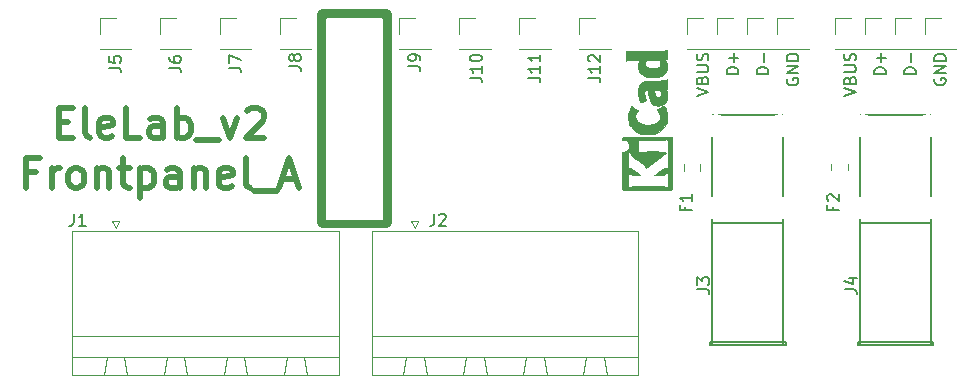
<source format=gto>
G04 #@! TF.GenerationSoftware,KiCad,Pcbnew,(5.0.2)-1*
G04 #@! TF.CreationDate,2020-01-05T18:08:36+01:00*
G04 #@! TF.ProjectId,EleLab_v2_Frontpanel_a,456c654c-6162-45f7-9632-5f46726f6e74,rev?*
G04 #@! TF.SameCoordinates,Original*
G04 #@! TF.FileFunction,Legend,Top*
G04 #@! TF.FilePolarity,Positive*
%FSLAX46Y46*%
G04 Gerber Fmt 4.6, Leading zero omitted, Abs format (unit mm)*
G04 Created by KiCad (PCBNEW (5.0.2)-1) date 05/01/2020 18:08:36*
%MOMM*%
%LPD*%
G01*
G04 APERTURE LIST*
%ADD10C,0.500000*%
%ADD11C,0.120000*%
%ADD12C,0.150000*%
%ADD13C,1.000000*%
%ADD14C,0.010000*%
%ADD15C,5.700000*%
%ADD16O,2.080000X3.600000*%
%ADD17C,0.100000*%
%ADD18C,2.080000*%
%ADD19C,1.500000*%
%ADD20C,2.000000*%
%ADD21R,1.700000X1.700000*%
%ADD22C,1.600000*%
%ADD23O,1.600000X1.600000*%
%ADD24C,0.900000*%
%ADD25C,1.150000*%
G04 APERTURE END LIST*
D10*
X76369047Y-83696428D02*
X77202380Y-83696428D01*
X77559523Y-85005952D02*
X76369047Y-85005952D01*
X76369047Y-82505952D01*
X77559523Y-82505952D01*
X78988095Y-85005952D02*
X78750000Y-84886904D01*
X78630952Y-84648809D01*
X78630952Y-82505952D01*
X80892857Y-84886904D02*
X80654761Y-85005952D01*
X80178571Y-85005952D01*
X79940476Y-84886904D01*
X79821428Y-84648809D01*
X79821428Y-83696428D01*
X79940476Y-83458333D01*
X80178571Y-83339285D01*
X80654761Y-83339285D01*
X80892857Y-83458333D01*
X81011904Y-83696428D01*
X81011904Y-83934523D01*
X79821428Y-84172619D01*
X83273809Y-85005952D02*
X82083333Y-85005952D01*
X82083333Y-82505952D01*
X85178571Y-85005952D02*
X85178571Y-83696428D01*
X85059523Y-83458333D01*
X84821428Y-83339285D01*
X84345238Y-83339285D01*
X84107142Y-83458333D01*
X85178571Y-84886904D02*
X84940476Y-85005952D01*
X84345238Y-85005952D01*
X84107142Y-84886904D01*
X83988095Y-84648809D01*
X83988095Y-84410714D01*
X84107142Y-84172619D01*
X84345238Y-84053571D01*
X84940476Y-84053571D01*
X85178571Y-83934523D01*
X86369047Y-85005952D02*
X86369047Y-82505952D01*
X86369047Y-83458333D02*
X86607142Y-83339285D01*
X87083333Y-83339285D01*
X87321428Y-83458333D01*
X87440476Y-83577380D01*
X87559523Y-83815476D01*
X87559523Y-84529761D01*
X87440476Y-84767857D01*
X87321428Y-84886904D01*
X87083333Y-85005952D01*
X86607142Y-85005952D01*
X86369047Y-84886904D01*
X88035714Y-85244047D02*
X89940476Y-85244047D01*
X90297619Y-83339285D02*
X90892857Y-85005952D01*
X91488095Y-83339285D01*
X92321428Y-82744047D02*
X92440476Y-82625000D01*
X92678571Y-82505952D01*
X93273809Y-82505952D01*
X93511904Y-82625000D01*
X93630952Y-82744047D01*
X93750000Y-82982142D01*
X93750000Y-83220238D01*
X93630952Y-83577380D01*
X92202380Y-85005952D01*
X93750000Y-85005952D01*
X74464285Y-87946428D02*
X73630952Y-87946428D01*
X73630952Y-89255952D02*
X73630952Y-86755952D01*
X74821428Y-86755952D01*
X75773809Y-89255952D02*
X75773809Y-87589285D01*
X75773809Y-88065476D02*
X75892857Y-87827380D01*
X76011904Y-87708333D01*
X76250000Y-87589285D01*
X76488095Y-87589285D01*
X77678571Y-89255952D02*
X77440476Y-89136904D01*
X77321428Y-89017857D01*
X77202380Y-88779761D01*
X77202380Y-88065476D01*
X77321428Y-87827380D01*
X77440476Y-87708333D01*
X77678571Y-87589285D01*
X78035714Y-87589285D01*
X78273809Y-87708333D01*
X78392857Y-87827380D01*
X78511904Y-88065476D01*
X78511904Y-88779761D01*
X78392857Y-89017857D01*
X78273809Y-89136904D01*
X78035714Y-89255952D01*
X77678571Y-89255952D01*
X79583333Y-87589285D02*
X79583333Y-89255952D01*
X79583333Y-87827380D02*
X79702380Y-87708333D01*
X79940476Y-87589285D01*
X80297619Y-87589285D01*
X80535714Y-87708333D01*
X80654761Y-87946428D01*
X80654761Y-89255952D01*
X81488095Y-87589285D02*
X82440476Y-87589285D01*
X81845238Y-86755952D02*
X81845238Y-88898809D01*
X81964285Y-89136904D01*
X82202380Y-89255952D01*
X82440476Y-89255952D01*
X83273809Y-87589285D02*
X83273809Y-90089285D01*
X83273809Y-87708333D02*
X83511904Y-87589285D01*
X83988095Y-87589285D01*
X84226190Y-87708333D01*
X84345238Y-87827380D01*
X84464285Y-88065476D01*
X84464285Y-88779761D01*
X84345238Y-89017857D01*
X84226190Y-89136904D01*
X83988095Y-89255952D01*
X83511904Y-89255952D01*
X83273809Y-89136904D01*
X86607142Y-89255952D02*
X86607142Y-87946428D01*
X86488095Y-87708333D01*
X86250000Y-87589285D01*
X85773809Y-87589285D01*
X85535714Y-87708333D01*
X86607142Y-89136904D02*
X86369047Y-89255952D01*
X85773809Y-89255952D01*
X85535714Y-89136904D01*
X85416666Y-88898809D01*
X85416666Y-88660714D01*
X85535714Y-88422619D01*
X85773809Y-88303571D01*
X86369047Y-88303571D01*
X86607142Y-88184523D01*
X87797619Y-87589285D02*
X87797619Y-89255952D01*
X87797619Y-87827380D02*
X87916666Y-87708333D01*
X88154761Y-87589285D01*
X88511904Y-87589285D01*
X88750000Y-87708333D01*
X88869047Y-87946428D01*
X88869047Y-89255952D01*
X91011904Y-89136904D02*
X90773809Y-89255952D01*
X90297619Y-89255952D01*
X90059523Y-89136904D01*
X89940476Y-88898809D01*
X89940476Y-87946428D01*
X90059523Y-87708333D01*
X90297619Y-87589285D01*
X90773809Y-87589285D01*
X91011904Y-87708333D01*
X91130952Y-87946428D01*
X91130952Y-88184523D01*
X89940476Y-88422619D01*
X92559523Y-89255952D02*
X92321428Y-89136904D01*
X92202380Y-88898809D01*
X92202380Y-86755952D01*
X92916666Y-89494047D02*
X94821428Y-89494047D01*
X95297619Y-88541666D02*
X96488095Y-88541666D01*
X95059523Y-89255952D02*
X95892857Y-86755952D01*
X96726190Y-89255952D01*
D11*
G04 #@! TO.C,J1*
X80885000Y-92090000D02*
X81485000Y-92090000D01*
X81185000Y-92690000D02*
X80885000Y-92090000D01*
X81485000Y-92090000D02*
X81185000Y-92690000D01*
X95675000Y-103610000D02*
X95425000Y-105110000D01*
X97175000Y-103610000D02*
X95675000Y-103610000D01*
X97425000Y-105110000D02*
X97175000Y-103610000D01*
X95425000Y-105110000D02*
X97425000Y-105110000D01*
X90595000Y-103610000D02*
X90345000Y-105110000D01*
X92095000Y-103610000D02*
X90595000Y-103610000D01*
X92345000Y-105110000D02*
X92095000Y-103610000D01*
X90345000Y-105110000D02*
X92345000Y-105110000D01*
X85515000Y-103610000D02*
X85265000Y-105110000D01*
X87015000Y-103610000D02*
X85515000Y-103610000D01*
X87265000Y-105110000D02*
X87015000Y-103610000D01*
X85265000Y-105110000D02*
X87265000Y-105110000D01*
X80435000Y-103610000D02*
X80185000Y-105110000D01*
X81935000Y-103610000D02*
X80435000Y-103610000D01*
X82185000Y-105110000D02*
X81935000Y-103610000D01*
X80185000Y-105110000D02*
X82185000Y-105110000D01*
X100075000Y-103610000D02*
X77535000Y-103610000D01*
X100075000Y-101810000D02*
X100075000Y-103610000D01*
X77535000Y-101810000D02*
X100075000Y-101810000D01*
X77535000Y-103610000D02*
X77535000Y-101810000D01*
X100075000Y-92890000D02*
X77535000Y-92890000D01*
X100075000Y-105110000D02*
X100075000Y-92890000D01*
X77535000Y-105110000D02*
X100075000Y-105110000D01*
X77535000Y-92890000D02*
X77535000Y-105110000D01*
G04 #@! TO.C,J2*
X102880000Y-92890000D02*
X102880000Y-105110000D01*
X102880000Y-105110000D02*
X125420000Y-105110000D01*
X125420000Y-105110000D02*
X125420000Y-92890000D01*
X125420000Y-92890000D02*
X102880000Y-92890000D01*
X102880000Y-103610000D02*
X102880000Y-101810000D01*
X102880000Y-101810000D02*
X125420000Y-101810000D01*
X125420000Y-101810000D02*
X125420000Y-103610000D01*
X125420000Y-103610000D02*
X102880000Y-103610000D01*
X105530000Y-105110000D02*
X107530000Y-105110000D01*
X107530000Y-105110000D02*
X107280000Y-103610000D01*
X107280000Y-103610000D02*
X105780000Y-103610000D01*
X105780000Y-103610000D02*
X105530000Y-105110000D01*
X110610000Y-105110000D02*
X112610000Y-105110000D01*
X112610000Y-105110000D02*
X112360000Y-103610000D01*
X112360000Y-103610000D02*
X110860000Y-103610000D01*
X110860000Y-103610000D02*
X110610000Y-105110000D01*
X115690000Y-105110000D02*
X117690000Y-105110000D01*
X117690000Y-105110000D02*
X117440000Y-103610000D01*
X117440000Y-103610000D02*
X115940000Y-103610000D01*
X115940000Y-103610000D02*
X115690000Y-105110000D01*
X120770000Y-105110000D02*
X122770000Y-105110000D01*
X122770000Y-105110000D02*
X122520000Y-103610000D01*
X122520000Y-103610000D02*
X121020000Y-103610000D01*
X121020000Y-103610000D02*
X120770000Y-105110000D01*
X106830000Y-92090000D02*
X106530000Y-92690000D01*
X106530000Y-92690000D02*
X106230000Y-92090000D01*
X106230000Y-92090000D02*
X106830000Y-92090000D01*
D12*
G04 #@! TO.C,J3*
X137920000Y-102570000D02*
X137920000Y-102270000D01*
X137920000Y-102270000D02*
X131520000Y-102270000D01*
X131520000Y-102270000D02*
X131520000Y-102570000D01*
X131920000Y-92270000D02*
X131720000Y-92270000D01*
X131820000Y-92270000D02*
X137720000Y-92270000D01*
X137920000Y-102570000D02*
X137720000Y-102570000D01*
X131720000Y-102570000D02*
X131520000Y-102570000D01*
X137720000Y-102570000D02*
X137720000Y-83070000D01*
X131720000Y-83070000D02*
X131720000Y-102570000D01*
X131720000Y-102570000D02*
X137720000Y-102570000D01*
X131720000Y-83070000D02*
X137720000Y-83070000D01*
G04 #@! TO.C,J4*
X144220000Y-83070000D02*
X150220000Y-83070000D01*
X144220000Y-102570000D02*
X150220000Y-102570000D01*
X144220000Y-83070000D02*
X144220000Y-102570000D01*
X150220000Y-102570000D02*
X150220000Y-83070000D01*
X144220000Y-102570000D02*
X144020000Y-102570000D01*
X150420000Y-102570000D02*
X150220000Y-102570000D01*
X144320000Y-92270000D02*
X150220000Y-92270000D01*
X144420000Y-92270000D02*
X144220000Y-92270000D01*
X144020000Y-102270000D02*
X144020000Y-102570000D01*
X150420000Y-102270000D02*
X144020000Y-102270000D01*
X150420000Y-102570000D02*
X150420000Y-102270000D01*
D11*
G04 #@! TO.C,J5*
X79855000Y-74870000D02*
X81185000Y-74870000D01*
X79855000Y-76200000D02*
X79855000Y-74870000D01*
X79855000Y-77470000D02*
X82515000Y-77470000D01*
X82515000Y-77470000D02*
X82515000Y-77530000D01*
X79855000Y-77470000D02*
X79855000Y-77530000D01*
X79855000Y-77530000D02*
X82515000Y-77530000D01*
G04 #@! TO.C,J6*
X84935000Y-77530000D02*
X87595000Y-77530000D01*
X84935000Y-77470000D02*
X84935000Y-77530000D01*
X87595000Y-77470000D02*
X87595000Y-77530000D01*
X84935000Y-77470000D02*
X87595000Y-77470000D01*
X84935000Y-76200000D02*
X84935000Y-74870000D01*
X84935000Y-74870000D02*
X86265000Y-74870000D01*
G04 #@! TO.C,J7*
X90015000Y-74870000D02*
X91345000Y-74870000D01*
X90015000Y-76200000D02*
X90015000Y-74870000D01*
X90015000Y-77470000D02*
X92675000Y-77470000D01*
X92675000Y-77470000D02*
X92675000Y-77530000D01*
X90015000Y-77470000D02*
X90015000Y-77530000D01*
X90015000Y-77530000D02*
X92675000Y-77530000D01*
G04 #@! TO.C,J8*
X95095000Y-77530000D02*
X97755000Y-77530000D01*
X95095000Y-77470000D02*
X95095000Y-77530000D01*
X97755000Y-77470000D02*
X97755000Y-77530000D01*
X95095000Y-77470000D02*
X97755000Y-77470000D01*
X95095000Y-76200000D02*
X95095000Y-74870000D01*
X95095000Y-74870000D02*
X96425000Y-74870000D01*
G04 #@! TO.C,J9*
X105200000Y-74870000D02*
X106530000Y-74870000D01*
X105200000Y-76200000D02*
X105200000Y-74870000D01*
X105200000Y-77470000D02*
X107860000Y-77470000D01*
X107860000Y-77470000D02*
X107860000Y-77530000D01*
X105200000Y-77470000D02*
X105200000Y-77530000D01*
X105200000Y-77530000D02*
X107860000Y-77530000D01*
G04 #@! TO.C,J10*
X110280000Y-77530000D02*
X112940000Y-77530000D01*
X110280000Y-77470000D02*
X110280000Y-77530000D01*
X112940000Y-77470000D02*
X112940000Y-77530000D01*
X110280000Y-77470000D02*
X112940000Y-77470000D01*
X110280000Y-76200000D02*
X110280000Y-74870000D01*
X110280000Y-74870000D02*
X111610000Y-74870000D01*
G04 #@! TO.C,J11*
X115360000Y-74870000D02*
X116690000Y-74870000D01*
X115360000Y-76200000D02*
X115360000Y-74870000D01*
X115360000Y-77470000D02*
X118020000Y-77470000D01*
X118020000Y-77470000D02*
X118020000Y-77530000D01*
X115360000Y-77470000D02*
X115360000Y-77530000D01*
X115360000Y-77530000D02*
X118020000Y-77530000D01*
G04 #@! TO.C,J12*
X120440000Y-77530000D02*
X123100000Y-77530000D01*
X120440000Y-77470000D02*
X120440000Y-77530000D01*
X123100000Y-77470000D02*
X123100000Y-77530000D01*
X120440000Y-77470000D02*
X123100000Y-77470000D01*
X120440000Y-76200000D02*
X120440000Y-74870000D01*
X120440000Y-74870000D02*
X121770000Y-74870000D01*
G04 #@! TO.C,J13*
X129600000Y-77530000D02*
X132260000Y-77530000D01*
X129600000Y-77470000D02*
X129600000Y-77530000D01*
X132260000Y-77470000D02*
X132260000Y-77530000D01*
X129600000Y-77470000D02*
X132260000Y-77470000D01*
X129600000Y-76200000D02*
X129600000Y-74870000D01*
X129600000Y-74870000D02*
X130930000Y-74870000D01*
G04 #@! TO.C,J14*
X132140000Y-74870000D02*
X133470000Y-74870000D01*
X132140000Y-76200000D02*
X132140000Y-74870000D01*
X132140000Y-77470000D02*
X134800000Y-77470000D01*
X134800000Y-77470000D02*
X134800000Y-77530000D01*
X132140000Y-77470000D02*
X132140000Y-77530000D01*
X132140000Y-77530000D02*
X134800000Y-77530000D01*
G04 #@! TO.C,J15*
X134680000Y-77530000D02*
X137340000Y-77530000D01*
X134680000Y-77470000D02*
X134680000Y-77530000D01*
X137340000Y-77470000D02*
X137340000Y-77530000D01*
X134680000Y-77470000D02*
X137340000Y-77470000D01*
X134680000Y-76200000D02*
X134680000Y-74870000D01*
X134680000Y-74870000D02*
X136010000Y-74870000D01*
G04 #@! TO.C,J16*
X137220000Y-74870000D02*
X138550000Y-74870000D01*
X137220000Y-76200000D02*
X137220000Y-74870000D01*
X137220000Y-77470000D02*
X139880000Y-77470000D01*
X139880000Y-77470000D02*
X139880000Y-77530000D01*
X137220000Y-77470000D02*
X137220000Y-77530000D01*
X137220000Y-77530000D02*
X139880000Y-77530000D01*
G04 #@! TO.C,J17*
X142086000Y-77530000D02*
X144746000Y-77530000D01*
X142086000Y-77470000D02*
X142086000Y-77530000D01*
X144746000Y-77470000D02*
X144746000Y-77530000D01*
X142086000Y-77470000D02*
X144746000Y-77470000D01*
X142086000Y-76200000D02*
X142086000Y-74870000D01*
X142086000Y-74870000D02*
X143416000Y-74870000D01*
G04 #@! TO.C,J18*
X144626000Y-74870000D02*
X145956000Y-74870000D01*
X144626000Y-76200000D02*
X144626000Y-74870000D01*
X144626000Y-77470000D02*
X147286000Y-77470000D01*
X147286000Y-77470000D02*
X147286000Y-77530000D01*
X144626000Y-77470000D02*
X144626000Y-77530000D01*
X144626000Y-77530000D02*
X147286000Y-77530000D01*
G04 #@! TO.C,J19*
X147166000Y-77530000D02*
X149826000Y-77530000D01*
X147166000Y-77470000D02*
X147166000Y-77530000D01*
X149826000Y-77470000D02*
X149826000Y-77530000D01*
X147166000Y-77470000D02*
X149826000Y-77470000D01*
X147166000Y-76200000D02*
X147166000Y-74870000D01*
X147166000Y-74870000D02*
X148496000Y-74870000D01*
G04 #@! TO.C,J20*
X149706000Y-74870000D02*
X151036000Y-74870000D01*
X149706000Y-76200000D02*
X149706000Y-74870000D01*
X149706000Y-77470000D02*
X152366000Y-77470000D01*
X152366000Y-77470000D02*
X152366000Y-77530000D01*
X149706000Y-77470000D02*
X149706000Y-77530000D01*
X149706000Y-77530000D02*
X152366000Y-77530000D01*
D13*
G04 #@! TO.C,LO_1*
X104090800Y-92169400D02*
X98756800Y-92169400D01*
X98756800Y-92169400D02*
X98756800Y-74643400D01*
X98756800Y-74643400D02*
X104090800Y-74643400D01*
X104090800Y-74643400D02*
X104090800Y-92169400D01*
D14*
G04 #@! TO.C,LO_2*
G36*
X124042699Y-85048637D02*
X124049976Y-85026845D01*
X124066420Y-85008414D01*
X124095197Y-84993065D01*
X124139474Y-84980519D01*
X124202418Y-84970495D01*
X124287194Y-84962717D01*
X124396971Y-84956904D01*
X124534914Y-84952777D01*
X124704191Y-84950057D01*
X124907968Y-84948465D01*
X125149411Y-84947723D01*
X125431687Y-84947550D01*
X125757964Y-84947668D01*
X126131407Y-84947797D01*
X126190500Y-84947800D01*
X126565884Y-84947878D01*
X126893711Y-84948151D01*
X127177221Y-84948682D01*
X127419658Y-84949531D01*
X127624261Y-84950760D01*
X127794274Y-84952431D01*
X127932939Y-84954605D01*
X128043496Y-84957343D01*
X128129188Y-84960708D01*
X128193257Y-84964759D01*
X128238944Y-84969559D01*
X128269492Y-84975169D01*
X128288141Y-84981651D01*
X128296885Y-84987715D01*
X128303992Y-84998791D01*
X128310213Y-85018999D01*
X128315606Y-85051510D01*
X128320229Y-85099497D01*
X128324140Y-85166133D01*
X128327396Y-85254590D01*
X128330056Y-85368040D01*
X128332175Y-85509656D01*
X128333813Y-85682610D01*
X128335028Y-85890076D01*
X128335876Y-86135224D01*
X128336415Y-86421229D01*
X128336703Y-86751261D01*
X128336798Y-87128495D01*
X128336800Y-87183001D01*
X128336726Y-87566824D01*
X128336467Y-87903020D01*
X128335965Y-88194761D01*
X128335162Y-88445219D01*
X128334000Y-88657568D01*
X128332422Y-88834979D01*
X128330371Y-88980625D01*
X128327787Y-89097678D01*
X128324615Y-89189312D01*
X128320795Y-89258697D01*
X128316271Y-89309008D01*
X128310985Y-89343416D01*
X128304879Y-89365093D01*
X128297895Y-89377213D01*
X128296885Y-89378286D01*
X128285627Y-89385535D01*
X128265152Y-89391862D01*
X128232219Y-89397328D01*
X128183586Y-89401994D01*
X128116011Y-89405922D01*
X128026252Y-89409174D01*
X127911068Y-89411810D01*
X127767217Y-89413893D01*
X127591456Y-89415483D01*
X127380544Y-89416642D01*
X127131239Y-89417432D01*
X126840300Y-89417914D01*
X126504484Y-89418149D01*
X126190500Y-89418200D01*
X125815115Y-89418123D01*
X125487288Y-89417850D01*
X125203778Y-89417319D01*
X124961341Y-89416470D01*
X124756738Y-89415241D01*
X124635729Y-89414052D01*
X124635729Y-89138801D01*
X124660638Y-89128363D01*
X124714844Y-89102056D01*
X124742699Y-89088001D01*
X124765774Y-89077068D01*
X124791420Y-89067826D01*
X124823859Y-89060133D01*
X124867308Y-89053848D01*
X124925988Y-89048828D01*
X125004117Y-89044932D01*
X125105917Y-89042017D01*
X125235605Y-89039943D01*
X125397401Y-89038566D01*
X125595525Y-89037746D01*
X125834197Y-89037341D01*
X126117635Y-89037209D01*
X126254290Y-89037201D01*
X126517726Y-89037561D01*
X126766037Y-89038598D01*
X126994556Y-89040244D01*
X127198618Y-89042432D01*
X127373558Y-89045097D01*
X127514711Y-89048170D01*
X127617410Y-89051585D01*
X127676991Y-89055276D01*
X127690370Y-89057776D01*
X127730136Y-89082200D01*
X127784350Y-89108032D01*
X127854200Y-89137711D01*
X127853811Y-88611206D01*
X127852849Y-88456033D01*
X127850381Y-88321650D01*
X127846674Y-88215001D01*
X127841992Y-88143030D01*
X127836600Y-88112681D01*
X127834761Y-88112906D01*
X127800826Y-88142855D01*
X127742626Y-88178668D01*
X127734811Y-88182756D01*
X127697521Y-88197682D01*
X127647267Y-88208693D01*
X127576556Y-88216331D01*
X127477898Y-88221134D01*
X127343800Y-88223644D01*
X127166772Y-88224399D01*
X127156961Y-88224400D01*
X126979347Y-88223167D01*
X126836876Y-88219604D01*
X126733727Y-88213922D01*
X126674078Y-88206328D01*
X126660400Y-88199586D01*
X126679770Y-88170086D01*
X126726744Y-88132359D01*
X126730250Y-88130085D01*
X126787268Y-88089507D01*
X126825500Y-88055301D01*
X126862632Y-88024853D01*
X126924966Y-87984917D01*
X126948833Y-87971329D01*
X127015930Y-87929180D01*
X127104720Y-87866473D01*
X127198064Y-87795408D01*
X127215533Y-87781458D01*
X127358344Y-87673339D01*
X127494967Y-87582862D01*
X127617349Y-87514611D01*
X127717440Y-87473169D01*
X127775923Y-87462400D01*
X127854200Y-87462400D01*
X127854200Y-86335945D01*
X127840488Y-86348071D01*
X127840488Y-86192400D01*
X127844757Y-86168301D01*
X127848485Y-86101204D01*
X127851448Y-85998911D01*
X127853426Y-85869222D01*
X127854196Y-85719939D01*
X127854200Y-85709800D01*
X127853408Y-85533033D01*
X127850806Y-85401899D01*
X127846056Y-85311253D01*
X127838818Y-85255950D01*
X127828752Y-85230844D01*
X127822450Y-85228008D01*
X127778554Y-85242962D01*
X127741395Y-85266108D01*
X127722692Y-85275302D01*
X127690195Y-85282898D01*
X127639498Y-85289041D01*
X127566196Y-85293873D01*
X127465883Y-85297536D01*
X127334154Y-85300174D01*
X127166604Y-85301930D01*
X126958827Y-85302947D01*
X126706418Y-85303367D01*
X126592045Y-85303400D01*
X125492000Y-85303400D01*
X125492000Y-86168305D01*
X125566938Y-86129553D01*
X125592815Y-86119522D01*
X125631092Y-86111333D01*
X125686607Y-86104808D01*
X125764197Y-86099774D01*
X125868700Y-86096053D01*
X126004954Y-86093471D01*
X126177797Y-86091852D01*
X126392067Y-86091021D01*
X126634750Y-86090800D01*
X126886440Y-86090914D01*
X127092511Y-86091415D01*
X127258147Y-86092545D01*
X127388527Y-86094545D01*
X127488835Y-86097655D01*
X127564251Y-86102117D01*
X127619957Y-86108171D01*
X127661135Y-86116059D01*
X127692967Y-86126021D01*
X127720635Y-86138299D01*
X127727200Y-86141600D01*
X127790636Y-86172510D01*
X127833110Y-86190520D01*
X127840488Y-86192400D01*
X127840488Y-86348071D01*
X127784570Y-86397523D01*
X127735266Y-86441445D01*
X127704290Y-86469627D01*
X127702020Y-86471800D01*
X127638905Y-86529555D01*
X127554689Y-86601037D01*
X127462065Y-86676103D01*
X127373725Y-86744609D01*
X127302361Y-86796412D01*
X127270547Y-86816624D01*
X127206584Y-86856845D01*
X127115299Y-86920338D01*
X127008680Y-86998196D01*
X126898715Y-87081513D01*
X126797390Y-87161383D01*
X126722607Y-87223727D01*
X126645548Y-87284171D01*
X126561943Y-87340841D01*
X126555050Y-87345022D01*
X126356936Y-87472363D01*
X126226356Y-87568006D01*
X126135212Y-87637964D01*
X126047760Y-87556532D01*
X125968661Y-87486340D01*
X125861892Y-87396285D01*
X125740451Y-87296943D01*
X125617339Y-87198893D01*
X125505555Y-87112711D01*
X125466815Y-87083849D01*
X125086892Y-86779059D01*
X124829787Y-86539721D01*
X124628400Y-86340941D01*
X124628400Y-86886253D01*
X124628523Y-87071450D01*
X124629861Y-87212002D01*
X124633867Y-87314063D01*
X124641993Y-87383788D01*
X124655691Y-87427331D01*
X124676416Y-87450847D01*
X124705618Y-87460489D01*
X124744751Y-87462414D01*
X124764390Y-87462400D01*
X124817842Y-87477988D01*
X124885121Y-87517059D01*
X124908362Y-87534701D01*
X124985668Y-87593348D01*
X125076586Y-87656110D01*
X125111000Y-87678198D01*
X125177764Y-87721448D01*
X125224931Y-87755088D01*
X125238000Y-87766761D01*
X125267339Y-87796555D01*
X125323018Y-87845755D01*
X125394108Y-87905478D01*
X125469681Y-87966838D01*
X125538808Y-88020953D01*
X125590561Y-88058937D01*
X125613483Y-88072000D01*
X125642974Y-88088818D01*
X125690717Y-88130854D01*
X125707900Y-88148201D01*
X125780904Y-88224401D01*
X125361088Y-88224400D01*
X125178302Y-88222807D01*
X125035476Y-88217105D01*
X124921840Y-88205907D01*
X124826629Y-88187828D01*
X124739075Y-88161482D01*
X124672850Y-88135836D01*
X124657771Y-88132606D01*
X124646538Y-88141351D01*
X124638591Y-88168295D01*
X124633367Y-88219662D01*
X124630303Y-88301676D01*
X124628838Y-88420561D01*
X124628410Y-88582540D01*
X124628400Y-88628083D01*
X124628746Y-88782917D01*
X124629712Y-88918878D01*
X124631190Y-89028383D01*
X124633071Y-89103849D01*
X124635245Y-89137692D01*
X124635729Y-89138801D01*
X124635729Y-89414052D01*
X124586725Y-89413570D01*
X124448060Y-89411396D01*
X124337503Y-89408658D01*
X124251811Y-89405293D01*
X124187742Y-89401242D01*
X124142055Y-89396442D01*
X124111507Y-89390832D01*
X124092858Y-89384350D01*
X124084114Y-89378286D01*
X124075934Y-89365822D01*
X124068938Y-89343563D01*
X124063034Y-89307809D01*
X124058133Y-89254859D01*
X124054144Y-89181012D01*
X124050978Y-89082569D01*
X124048544Y-88955827D01*
X124046752Y-88797087D01*
X124045511Y-88602647D01*
X124044733Y-88368807D01*
X124044326Y-88091865D01*
X124044200Y-87768122D01*
X124044200Y-86141600D01*
X124140418Y-86141600D01*
X124256335Y-86121521D01*
X124375000Y-86068475D01*
X124475991Y-85993246D01*
X124520244Y-85940994D01*
X124567370Y-85827454D01*
X124577636Y-85696500D01*
X124553918Y-85562372D01*
X124499089Y-85439310D01*
X124416023Y-85341552D01*
X124396147Y-85326200D01*
X124295428Y-85279194D01*
X124179877Y-85257561D01*
X124044199Y-85246310D01*
X124044200Y-85136970D01*
X124042977Y-85103420D01*
X124041421Y-85074069D01*
X124042699Y-85048637D01*
X124042699Y-85048637D01*
G37*
X124042699Y-85048637D02*
X124049976Y-85026845D01*
X124066420Y-85008414D01*
X124095197Y-84993065D01*
X124139474Y-84980519D01*
X124202418Y-84970495D01*
X124287194Y-84962717D01*
X124396971Y-84956904D01*
X124534914Y-84952777D01*
X124704191Y-84950057D01*
X124907968Y-84948465D01*
X125149411Y-84947723D01*
X125431687Y-84947550D01*
X125757964Y-84947668D01*
X126131407Y-84947797D01*
X126190500Y-84947800D01*
X126565884Y-84947878D01*
X126893711Y-84948151D01*
X127177221Y-84948682D01*
X127419658Y-84949531D01*
X127624261Y-84950760D01*
X127794274Y-84952431D01*
X127932939Y-84954605D01*
X128043496Y-84957343D01*
X128129188Y-84960708D01*
X128193257Y-84964759D01*
X128238944Y-84969559D01*
X128269492Y-84975169D01*
X128288141Y-84981651D01*
X128296885Y-84987715D01*
X128303992Y-84998791D01*
X128310213Y-85018999D01*
X128315606Y-85051510D01*
X128320229Y-85099497D01*
X128324140Y-85166133D01*
X128327396Y-85254590D01*
X128330056Y-85368040D01*
X128332175Y-85509656D01*
X128333813Y-85682610D01*
X128335028Y-85890076D01*
X128335876Y-86135224D01*
X128336415Y-86421229D01*
X128336703Y-86751261D01*
X128336798Y-87128495D01*
X128336800Y-87183001D01*
X128336726Y-87566824D01*
X128336467Y-87903020D01*
X128335965Y-88194761D01*
X128335162Y-88445219D01*
X128334000Y-88657568D01*
X128332422Y-88834979D01*
X128330371Y-88980625D01*
X128327787Y-89097678D01*
X128324615Y-89189312D01*
X128320795Y-89258697D01*
X128316271Y-89309008D01*
X128310985Y-89343416D01*
X128304879Y-89365093D01*
X128297895Y-89377213D01*
X128296885Y-89378286D01*
X128285627Y-89385535D01*
X128265152Y-89391862D01*
X128232219Y-89397328D01*
X128183586Y-89401994D01*
X128116011Y-89405922D01*
X128026252Y-89409174D01*
X127911068Y-89411810D01*
X127767217Y-89413893D01*
X127591456Y-89415483D01*
X127380544Y-89416642D01*
X127131239Y-89417432D01*
X126840300Y-89417914D01*
X126504484Y-89418149D01*
X126190500Y-89418200D01*
X125815115Y-89418123D01*
X125487288Y-89417850D01*
X125203778Y-89417319D01*
X124961341Y-89416470D01*
X124756738Y-89415241D01*
X124635729Y-89414052D01*
X124635729Y-89138801D01*
X124660638Y-89128363D01*
X124714844Y-89102056D01*
X124742699Y-89088001D01*
X124765774Y-89077068D01*
X124791420Y-89067826D01*
X124823859Y-89060133D01*
X124867308Y-89053848D01*
X124925988Y-89048828D01*
X125004117Y-89044932D01*
X125105917Y-89042017D01*
X125235605Y-89039943D01*
X125397401Y-89038566D01*
X125595525Y-89037746D01*
X125834197Y-89037341D01*
X126117635Y-89037209D01*
X126254290Y-89037201D01*
X126517726Y-89037561D01*
X126766037Y-89038598D01*
X126994556Y-89040244D01*
X127198618Y-89042432D01*
X127373558Y-89045097D01*
X127514711Y-89048170D01*
X127617410Y-89051585D01*
X127676991Y-89055276D01*
X127690370Y-89057776D01*
X127730136Y-89082200D01*
X127784350Y-89108032D01*
X127854200Y-89137711D01*
X127853811Y-88611206D01*
X127852849Y-88456033D01*
X127850381Y-88321650D01*
X127846674Y-88215001D01*
X127841992Y-88143030D01*
X127836600Y-88112681D01*
X127834761Y-88112906D01*
X127800826Y-88142855D01*
X127742626Y-88178668D01*
X127734811Y-88182756D01*
X127697521Y-88197682D01*
X127647267Y-88208693D01*
X127576556Y-88216331D01*
X127477898Y-88221134D01*
X127343800Y-88223644D01*
X127166772Y-88224399D01*
X127156961Y-88224400D01*
X126979347Y-88223167D01*
X126836876Y-88219604D01*
X126733727Y-88213922D01*
X126674078Y-88206328D01*
X126660400Y-88199586D01*
X126679770Y-88170086D01*
X126726744Y-88132359D01*
X126730250Y-88130085D01*
X126787268Y-88089507D01*
X126825500Y-88055301D01*
X126862632Y-88024853D01*
X126924966Y-87984917D01*
X126948833Y-87971329D01*
X127015930Y-87929180D01*
X127104720Y-87866473D01*
X127198064Y-87795408D01*
X127215533Y-87781458D01*
X127358344Y-87673339D01*
X127494967Y-87582862D01*
X127617349Y-87514611D01*
X127717440Y-87473169D01*
X127775923Y-87462400D01*
X127854200Y-87462400D01*
X127854200Y-86335945D01*
X127840488Y-86348071D01*
X127840488Y-86192400D01*
X127844757Y-86168301D01*
X127848485Y-86101204D01*
X127851448Y-85998911D01*
X127853426Y-85869222D01*
X127854196Y-85719939D01*
X127854200Y-85709800D01*
X127853408Y-85533033D01*
X127850806Y-85401899D01*
X127846056Y-85311253D01*
X127838818Y-85255950D01*
X127828752Y-85230844D01*
X127822450Y-85228008D01*
X127778554Y-85242962D01*
X127741395Y-85266108D01*
X127722692Y-85275302D01*
X127690195Y-85282898D01*
X127639498Y-85289041D01*
X127566196Y-85293873D01*
X127465883Y-85297536D01*
X127334154Y-85300174D01*
X127166604Y-85301930D01*
X126958827Y-85302947D01*
X126706418Y-85303367D01*
X126592045Y-85303400D01*
X125492000Y-85303400D01*
X125492000Y-86168305D01*
X125566938Y-86129553D01*
X125592815Y-86119522D01*
X125631092Y-86111333D01*
X125686607Y-86104808D01*
X125764197Y-86099774D01*
X125868700Y-86096053D01*
X126004954Y-86093471D01*
X126177797Y-86091852D01*
X126392067Y-86091021D01*
X126634750Y-86090800D01*
X126886440Y-86090914D01*
X127092511Y-86091415D01*
X127258147Y-86092545D01*
X127388527Y-86094545D01*
X127488835Y-86097655D01*
X127564251Y-86102117D01*
X127619957Y-86108171D01*
X127661135Y-86116059D01*
X127692967Y-86126021D01*
X127720635Y-86138299D01*
X127727200Y-86141600D01*
X127790636Y-86172510D01*
X127833110Y-86190520D01*
X127840488Y-86192400D01*
X127840488Y-86348071D01*
X127784570Y-86397523D01*
X127735266Y-86441445D01*
X127704290Y-86469627D01*
X127702020Y-86471800D01*
X127638905Y-86529555D01*
X127554689Y-86601037D01*
X127462065Y-86676103D01*
X127373725Y-86744609D01*
X127302361Y-86796412D01*
X127270547Y-86816624D01*
X127206584Y-86856845D01*
X127115299Y-86920338D01*
X127008680Y-86998196D01*
X126898715Y-87081513D01*
X126797390Y-87161383D01*
X126722607Y-87223727D01*
X126645548Y-87284171D01*
X126561943Y-87340841D01*
X126555050Y-87345022D01*
X126356936Y-87472363D01*
X126226356Y-87568006D01*
X126135212Y-87637964D01*
X126047760Y-87556532D01*
X125968661Y-87486340D01*
X125861892Y-87396285D01*
X125740451Y-87296943D01*
X125617339Y-87198893D01*
X125505555Y-87112711D01*
X125466815Y-87083849D01*
X125086892Y-86779059D01*
X124829787Y-86539721D01*
X124628400Y-86340941D01*
X124628400Y-86886253D01*
X124628523Y-87071450D01*
X124629861Y-87212002D01*
X124633867Y-87314063D01*
X124641993Y-87383788D01*
X124655691Y-87427331D01*
X124676416Y-87450847D01*
X124705618Y-87460489D01*
X124744751Y-87462414D01*
X124764390Y-87462400D01*
X124817842Y-87477988D01*
X124885121Y-87517059D01*
X124908362Y-87534701D01*
X124985668Y-87593348D01*
X125076586Y-87656110D01*
X125111000Y-87678198D01*
X125177764Y-87721448D01*
X125224931Y-87755088D01*
X125238000Y-87766761D01*
X125267339Y-87796555D01*
X125323018Y-87845755D01*
X125394108Y-87905478D01*
X125469681Y-87966838D01*
X125538808Y-88020953D01*
X125590561Y-88058937D01*
X125613483Y-88072000D01*
X125642974Y-88088818D01*
X125690717Y-88130854D01*
X125707900Y-88148201D01*
X125780904Y-88224401D01*
X125361088Y-88224400D01*
X125178302Y-88222807D01*
X125035476Y-88217105D01*
X124921840Y-88205907D01*
X124826629Y-88187828D01*
X124739075Y-88161482D01*
X124672850Y-88135836D01*
X124657771Y-88132606D01*
X124646538Y-88141351D01*
X124638591Y-88168295D01*
X124633367Y-88219662D01*
X124630303Y-88301676D01*
X124628838Y-88420561D01*
X124628410Y-88582540D01*
X124628400Y-88628083D01*
X124628746Y-88782917D01*
X124629712Y-88918878D01*
X124631190Y-89028383D01*
X124633071Y-89103849D01*
X124635245Y-89137692D01*
X124635729Y-89138801D01*
X124635729Y-89414052D01*
X124586725Y-89413570D01*
X124448060Y-89411396D01*
X124337503Y-89408658D01*
X124251811Y-89405293D01*
X124187742Y-89401242D01*
X124142055Y-89396442D01*
X124111507Y-89390832D01*
X124092858Y-89384350D01*
X124084114Y-89378286D01*
X124075934Y-89365822D01*
X124068938Y-89343563D01*
X124063034Y-89307809D01*
X124058133Y-89254859D01*
X124054144Y-89181012D01*
X124050978Y-89082569D01*
X124048544Y-88955827D01*
X124046752Y-88797087D01*
X124045511Y-88602647D01*
X124044733Y-88368807D01*
X124044326Y-88091865D01*
X124044200Y-87768122D01*
X124044200Y-86141600D01*
X124140418Y-86141600D01*
X124256335Y-86121521D01*
X124375000Y-86068475D01*
X124475991Y-85993246D01*
X124520244Y-85940994D01*
X124567370Y-85827454D01*
X124577636Y-85696500D01*
X124553918Y-85562372D01*
X124499089Y-85439310D01*
X124416023Y-85341552D01*
X124396147Y-85326200D01*
X124295428Y-85279194D01*
X124179877Y-85257561D01*
X124044199Y-85246310D01*
X124044200Y-85136970D01*
X124042977Y-85103420D01*
X124041421Y-85074069D01*
X124042699Y-85048637D01*
G36*
X124606341Y-82955324D02*
X124616143Y-82914089D01*
X124638829Y-82843121D01*
X124674963Y-82747827D01*
X124719187Y-82640479D01*
X124766147Y-82533347D01*
X124810487Y-82438702D01*
X124846851Y-82368815D01*
X124867598Y-82337936D01*
X124890582Y-82347626D01*
X124945508Y-82379964D01*
X125022651Y-82428536D01*
X125112288Y-82486926D01*
X125204695Y-82548719D01*
X125290151Y-82607498D01*
X125358930Y-82656848D01*
X125400159Y-82689323D01*
X125397624Y-82717764D01*
X125367335Y-82769919D01*
X125333312Y-82813593D01*
X125241226Y-82958702D01*
X125195559Y-83123513D01*
X125194284Y-83281902D01*
X125234902Y-83452602D01*
X125318127Y-83596741D01*
X125442925Y-83713755D01*
X125608260Y-83803081D01*
X125813097Y-83864157D01*
X126056401Y-83896419D01*
X126330200Y-83899574D01*
X126577826Y-83878133D01*
X126783741Y-83833016D01*
X126952105Y-83762370D01*
X127087080Y-83664343D01*
X127192826Y-83537083D01*
X127211151Y-83507421D01*
X127251415Y-83430227D01*
X127272876Y-83358762D01*
X127280676Y-83270973D01*
X127281009Y-83207900D01*
X127265354Y-83048183D01*
X127217392Y-82909453D01*
X127130613Y-82775375D01*
X127088663Y-82725154D01*
X127044162Y-82670908D01*
X127020225Y-82634586D01*
X127018969Y-82626945D01*
X127052288Y-82604784D01*
X127116333Y-82565502D01*
X127201348Y-82514770D01*
X127297575Y-82458257D01*
X127395257Y-82401634D01*
X127484636Y-82350569D01*
X127555956Y-82310735D01*
X127599460Y-82287799D01*
X127608180Y-82284547D01*
X127621554Y-82309782D01*
X127652253Y-82367656D01*
X127693786Y-82445938D01*
X127696230Y-82450543D01*
X127776612Y-82612853D01*
X127831928Y-82755788D01*
X127866986Y-82897728D01*
X127886593Y-83057053D01*
X127894340Y-83207900D01*
X127895569Y-83400715D01*
X127886113Y-83552750D01*
X127870565Y-83643564D01*
X127785718Y-83875799D01*
X127656718Y-84088841D01*
X127487906Y-84278634D01*
X127283623Y-84441122D01*
X127048209Y-84572248D01*
X126786005Y-84667956D01*
X126769632Y-84672452D01*
X126583026Y-84708750D01*
X126368920Y-84727655D01*
X126145257Y-84729177D01*
X125929982Y-84713331D01*
X125741040Y-84680128D01*
X125709044Y-84671703D01*
X125435435Y-84569939D01*
X125189468Y-84427268D01*
X124974653Y-84246196D01*
X124794495Y-84029230D01*
X124780082Y-84008000D01*
X124687504Y-83830356D01*
X124621748Y-83622302D01*
X124584907Y-83397802D01*
X124579073Y-83170822D01*
X124606341Y-82955324D01*
X124606341Y-82955324D01*
G37*
X124606341Y-82955324D02*
X124616143Y-82914089D01*
X124638829Y-82843121D01*
X124674963Y-82747827D01*
X124719187Y-82640479D01*
X124766147Y-82533347D01*
X124810487Y-82438702D01*
X124846851Y-82368815D01*
X124867598Y-82337936D01*
X124890582Y-82347626D01*
X124945508Y-82379964D01*
X125022651Y-82428536D01*
X125112288Y-82486926D01*
X125204695Y-82548719D01*
X125290151Y-82607498D01*
X125358930Y-82656848D01*
X125400159Y-82689323D01*
X125397624Y-82717764D01*
X125367335Y-82769919D01*
X125333312Y-82813593D01*
X125241226Y-82958702D01*
X125195559Y-83123513D01*
X125194284Y-83281902D01*
X125234902Y-83452602D01*
X125318127Y-83596741D01*
X125442925Y-83713755D01*
X125608260Y-83803081D01*
X125813097Y-83864157D01*
X126056401Y-83896419D01*
X126330200Y-83899574D01*
X126577826Y-83878133D01*
X126783741Y-83833016D01*
X126952105Y-83762370D01*
X127087080Y-83664343D01*
X127192826Y-83537083D01*
X127211151Y-83507421D01*
X127251415Y-83430227D01*
X127272876Y-83358762D01*
X127280676Y-83270973D01*
X127281009Y-83207900D01*
X127265354Y-83048183D01*
X127217392Y-82909453D01*
X127130613Y-82775375D01*
X127088663Y-82725154D01*
X127044162Y-82670908D01*
X127020225Y-82634586D01*
X127018969Y-82626945D01*
X127052288Y-82604784D01*
X127116333Y-82565502D01*
X127201348Y-82514770D01*
X127297575Y-82458257D01*
X127395257Y-82401634D01*
X127484636Y-82350569D01*
X127555956Y-82310735D01*
X127599460Y-82287799D01*
X127608180Y-82284547D01*
X127621554Y-82309782D01*
X127652253Y-82367656D01*
X127693786Y-82445938D01*
X127696230Y-82450543D01*
X127776612Y-82612853D01*
X127831928Y-82755788D01*
X127866986Y-82897728D01*
X127886593Y-83057053D01*
X127894340Y-83207900D01*
X127895569Y-83400715D01*
X127886113Y-83552750D01*
X127870565Y-83643564D01*
X127785718Y-83875799D01*
X127656718Y-84088841D01*
X127487906Y-84278634D01*
X127283623Y-84441122D01*
X127048209Y-84572248D01*
X126786005Y-84667956D01*
X126769632Y-84672452D01*
X126583026Y-84708750D01*
X126368920Y-84727655D01*
X126145257Y-84729177D01*
X125929982Y-84713331D01*
X125741040Y-84680128D01*
X125709044Y-84671703D01*
X125435435Y-84569939D01*
X125189468Y-84427268D01*
X124974653Y-84246196D01*
X124794495Y-84029230D01*
X124780082Y-84008000D01*
X124687504Y-83830356D01*
X124621748Y-83622302D01*
X124584907Y-83397802D01*
X124579073Y-83170822D01*
X124606341Y-82955324D01*
G36*
X125452359Y-80872380D02*
X125492264Y-80696424D01*
X125536895Y-80577487D01*
X125592778Y-80484902D01*
X125666360Y-80402221D01*
X125721188Y-80349083D01*
X125772829Y-80305604D01*
X125826992Y-80270709D01*
X125889387Y-80243324D01*
X125965723Y-80222376D01*
X126061710Y-80206791D01*
X126183058Y-80195496D01*
X126335475Y-80187415D01*
X126524670Y-80181477D01*
X126756355Y-80176606D01*
X126877477Y-80174451D01*
X127109434Y-80170193D01*
X127296051Y-80166070D01*
X127442785Y-80161724D01*
X127555095Y-80156797D01*
X127638437Y-80150932D01*
X127698269Y-80143769D01*
X127740049Y-80134951D01*
X127769234Y-80124120D01*
X127785527Y-80114865D01*
X127854200Y-80069829D01*
X127854200Y-80880582D01*
X127700698Y-80896500D01*
X127768483Y-80995898D01*
X127847254Y-81152054D01*
X127893178Y-81332908D01*
X127904137Y-81522705D01*
X127878011Y-81705691D01*
X127868436Y-81739166D01*
X127786112Y-81925571D01*
X127668585Y-82076480D01*
X127519321Y-82189348D01*
X127341786Y-82261625D01*
X127139443Y-82290765D01*
X127117600Y-82291212D01*
X127088545Y-82290548D01*
X127088545Y-81562293D01*
X127177884Y-81558037D01*
X127208502Y-81547910D01*
X127289089Y-81485221D01*
X127343481Y-81390277D01*
X127367352Y-81276673D01*
X127356378Y-81158004D01*
X127344508Y-81120404D01*
X127302968Y-81033217D01*
X127250366Y-80977576D01*
X127175280Y-80947106D01*
X127066289Y-80935434D01*
X127011572Y-80934600D01*
X126812800Y-80934600D01*
X126812800Y-81100516D01*
X126827824Y-81264253D01*
X126870733Y-81402872D01*
X126931555Y-81498324D01*
X126998298Y-81540931D01*
X127088545Y-81562293D01*
X127088545Y-82290548D01*
X127003273Y-82288597D01*
X126915974Y-82274949D01*
X126832311Y-82245450D01*
X126782215Y-82222118D01*
X126625636Y-82117777D01*
X126499758Y-81973396D01*
X126404878Y-81789631D01*
X126341291Y-81567138D01*
X126309295Y-81306574D01*
X126305241Y-81166206D01*
X126304800Y-80927912D01*
X126201228Y-80941804D01*
X126087960Y-80977738D01*
X126009507Y-81049656D01*
X125966163Y-81156276D01*
X125958223Y-81296313D01*
X125985980Y-81468484D01*
X126040144Y-81645491D01*
X126067413Y-81729949D01*
X126082373Y-81794942D01*
X126081908Y-81826805D01*
X126081589Y-81827138D01*
X126049872Y-81844724D01*
X125983912Y-81874820D01*
X125896745Y-81912098D01*
X125801404Y-81951227D01*
X125710925Y-81986878D01*
X125638340Y-82013720D01*
X125596685Y-82026425D01*
X125593302Y-82026800D01*
X125574617Y-82005010D01*
X125568200Y-81961553D01*
X125562037Y-81909969D01*
X125545424Y-81823150D01*
X125521175Y-81714897D01*
X125502173Y-81637703D01*
X125451360Y-81371904D01*
X125434718Y-81113224D01*
X125452359Y-80872380D01*
X125452359Y-80872380D01*
G37*
X125452359Y-80872380D02*
X125492264Y-80696424D01*
X125536895Y-80577487D01*
X125592778Y-80484902D01*
X125666360Y-80402221D01*
X125721188Y-80349083D01*
X125772829Y-80305604D01*
X125826992Y-80270709D01*
X125889387Y-80243324D01*
X125965723Y-80222376D01*
X126061710Y-80206791D01*
X126183058Y-80195496D01*
X126335475Y-80187415D01*
X126524670Y-80181477D01*
X126756355Y-80176606D01*
X126877477Y-80174451D01*
X127109434Y-80170193D01*
X127296051Y-80166070D01*
X127442785Y-80161724D01*
X127555095Y-80156797D01*
X127638437Y-80150932D01*
X127698269Y-80143769D01*
X127740049Y-80134951D01*
X127769234Y-80124120D01*
X127785527Y-80114865D01*
X127854200Y-80069829D01*
X127854200Y-80880582D01*
X127700698Y-80896500D01*
X127768483Y-80995898D01*
X127847254Y-81152054D01*
X127893178Y-81332908D01*
X127904137Y-81522705D01*
X127878011Y-81705691D01*
X127868436Y-81739166D01*
X127786112Y-81925571D01*
X127668585Y-82076480D01*
X127519321Y-82189348D01*
X127341786Y-82261625D01*
X127139443Y-82290765D01*
X127117600Y-82291212D01*
X127088545Y-82290548D01*
X127088545Y-81562293D01*
X127177884Y-81558037D01*
X127208502Y-81547910D01*
X127289089Y-81485221D01*
X127343481Y-81390277D01*
X127367352Y-81276673D01*
X127356378Y-81158004D01*
X127344508Y-81120404D01*
X127302968Y-81033217D01*
X127250366Y-80977576D01*
X127175280Y-80947106D01*
X127066289Y-80935434D01*
X127011572Y-80934600D01*
X126812800Y-80934600D01*
X126812800Y-81100516D01*
X126827824Y-81264253D01*
X126870733Y-81402872D01*
X126931555Y-81498324D01*
X126998298Y-81540931D01*
X127088545Y-81562293D01*
X127088545Y-82290548D01*
X127003273Y-82288597D01*
X126915974Y-82274949D01*
X126832311Y-82245450D01*
X126782215Y-82222118D01*
X126625636Y-82117777D01*
X126499758Y-81973396D01*
X126404878Y-81789631D01*
X126341291Y-81567138D01*
X126309295Y-81306574D01*
X126305241Y-81166206D01*
X126304800Y-80927912D01*
X126201228Y-80941804D01*
X126087960Y-80977738D01*
X126009507Y-81049656D01*
X125966163Y-81156276D01*
X125958223Y-81296313D01*
X125985980Y-81468484D01*
X126040144Y-81645491D01*
X126067413Y-81729949D01*
X126082373Y-81794942D01*
X126081908Y-81826805D01*
X126081589Y-81827138D01*
X126049872Y-81844724D01*
X125983912Y-81874820D01*
X125896745Y-81912098D01*
X125801404Y-81951227D01*
X125710925Y-81986878D01*
X125638340Y-82013720D01*
X125596685Y-82026425D01*
X125593302Y-82026800D01*
X125574617Y-82005010D01*
X125568200Y-81961553D01*
X125562037Y-81909969D01*
X125545424Y-81823150D01*
X125521175Y-81714897D01*
X125502173Y-81637703D01*
X125451360Y-81371904D01*
X125434718Y-81113224D01*
X125452359Y-80872380D01*
G36*
X126057150Y-77652536D02*
X126387052Y-77650994D01*
X126669981Y-77649434D01*
X126909761Y-77647739D01*
X127110219Y-77645792D01*
X127275181Y-77643477D01*
X127408472Y-77640678D01*
X127513918Y-77637276D01*
X127595345Y-77633156D01*
X127656580Y-77628201D01*
X127701447Y-77622293D01*
X127733774Y-77615317D01*
X127757385Y-77607155D01*
X127771650Y-77600198D01*
X127854200Y-77555096D01*
X127854200Y-78369200D01*
X127778000Y-78369200D01*
X127724452Y-78372559D01*
X127701804Y-78380649D01*
X127701800Y-78380773D01*
X127714784Y-78406891D01*
X127747537Y-78459274D01*
X127765421Y-78486097D01*
X127832647Y-78618397D01*
X127879589Y-78778063D01*
X127903338Y-78946978D01*
X127900984Y-79107023D01*
X127881247Y-79207400D01*
X127799939Y-79391462D01*
X127678200Y-79556590D01*
X127525510Y-79691483D01*
X127423694Y-79752845D01*
X127266029Y-79820269D01*
X127099951Y-79864145D01*
X126911403Y-79887286D01*
X126724913Y-79892759D01*
X126711200Y-79891998D01*
X126711200Y-79091864D01*
X126886895Y-79087366D01*
X127020414Y-79073751D01*
X127119949Y-79048523D01*
X127193691Y-79009188D01*
X127249831Y-78953249D01*
X127272170Y-78920984D01*
X127310164Y-78814579D01*
X127307176Y-78688856D01*
X127263728Y-78553797D01*
X127251773Y-78529501D01*
X127201557Y-78432700D01*
X126652487Y-78425858D01*
X126103416Y-78419015D01*
X126059454Y-78486109D01*
X126032707Y-78549640D01*
X126012044Y-78639332D01*
X126005065Y-78697367D01*
X126001970Y-78785745D01*
X126012095Y-78844709D01*
X126040683Y-78895015D01*
X126061568Y-78921073D01*
X126135167Y-78988417D01*
X126230737Y-79037336D01*
X126355234Y-79069659D01*
X126515611Y-79087213D01*
X126711200Y-79091864D01*
X126711200Y-79891998D01*
X126428965Y-79876325D01*
X126169134Y-79828458D01*
X125946509Y-79749829D01*
X125762180Y-79641111D01*
X125617237Y-79502975D01*
X125512768Y-79336094D01*
X125449864Y-79141140D01*
X125442835Y-79101830D01*
X125434575Y-78986297D01*
X125441429Y-78858937D01*
X125460852Y-78732339D01*
X125490299Y-78619088D01*
X125527225Y-78531772D01*
X125567815Y-78483738D01*
X125592282Y-78462873D01*
X125587192Y-78446830D01*
X125548657Y-78435075D01*
X125472788Y-78427076D01*
X125355701Y-78422298D01*
X125193506Y-78420207D01*
X125103670Y-78420000D01*
X124929573Y-78420523D01*
X124798217Y-78422531D01*
X124701550Y-78426689D01*
X124631519Y-78433657D01*
X124580073Y-78444099D01*
X124539158Y-78458678D01*
X124519470Y-78468062D01*
X124425200Y-78516124D01*
X124425200Y-77659772D01*
X126057150Y-77652536D01*
X126057150Y-77652536D01*
G37*
X126057150Y-77652536D02*
X126387052Y-77650994D01*
X126669981Y-77649434D01*
X126909761Y-77647739D01*
X127110219Y-77645792D01*
X127275181Y-77643477D01*
X127408472Y-77640678D01*
X127513918Y-77637276D01*
X127595345Y-77633156D01*
X127656580Y-77628201D01*
X127701447Y-77622293D01*
X127733774Y-77615317D01*
X127757385Y-77607155D01*
X127771650Y-77600198D01*
X127854200Y-77555096D01*
X127854200Y-78369200D01*
X127778000Y-78369200D01*
X127724452Y-78372559D01*
X127701804Y-78380649D01*
X127701800Y-78380773D01*
X127714784Y-78406891D01*
X127747537Y-78459274D01*
X127765421Y-78486097D01*
X127832647Y-78618397D01*
X127879589Y-78778063D01*
X127903338Y-78946978D01*
X127900984Y-79107023D01*
X127881247Y-79207400D01*
X127799939Y-79391462D01*
X127678200Y-79556590D01*
X127525510Y-79691483D01*
X127423694Y-79752845D01*
X127266029Y-79820269D01*
X127099951Y-79864145D01*
X126911403Y-79887286D01*
X126724913Y-79892759D01*
X126711200Y-79891998D01*
X126711200Y-79091864D01*
X126886895Y-79087366D01*
X127020414Y-79073751D01*
X127119949Y-79048523D01*
X127193691Y-79009188D01*
X127249831Y-78953249D01*
X127272170Y-78920984D01*
X127310164Y-78814579D01*
X127307176Y-78688856D01*
X127263728Y-78553797D01*
X127251773Y-78529501D01*
X127201557Y-78432700D01*
X126652487Y-78425858D01*
X126103416Y-78419015D01*
X126059454Y-78486109D01*
X126032707Y-78549640D01*
X126012044Y-78639332D01*
X126005065Y-78697367D01*
X126001970Y-78785745D01*
X126012095Y-78844709D01*
X126040683Y-78895015D01*
X126061568Y-78921073D01*
X126135167Y-78988417D01*
X126230737Y-79037336D01*
X126355234Y-79069659D01*
X126515611Y-79087213D01*
X126711200Y-79091864D01*
X126711200Y-79891998D01*
X126428965Y-79876325D01*
X126169134Y-79828458D01*
X125946509Y-79749829D01*
X125762180Y-79641111D01*
X125617237Y-79502975D01*
X125512768Y-79336094D01*
X125449864Y-79141140D01*
X125442835Y-79101830D01*
X125434575Y-78986297D01*
X125441429Y-78858937D01*
X125460852Y-78732339D01*
X125490299Y-78619088D01*
X125527225Y-78531772D01*
X125567815Y-78483738D01*
X125592282Y-78462873D01*
X125587192Y-78446830D01*
X125548657Y-78435075D01*
X125472788Y-78427076D01*
X125355701Y-78422298D01*
X125193506Y-78420207D01*
X125103670Y-78420000D01*
X124929573Y-78420523D01*
X124798217Y-78422531D01*
X124701550Y-78426689D01*
X124631519Y-78433657D01*
X124580073Y-78444099D01*
X124539158Y-78458678D01*
X124519470Y-78468062D01*
X124425200Y-78516124D01*
X124425200Y-77659772D01*
X126057150Y-77652536D01*
D11*
G04 #@! TO.C,F1*
X130710000Y-87786252D02*
X130710000Y-87263748D01*
X129290000Y-87786252D02*
X129290000Y-87263748D01*
G04 #@! TO.C,F2*
X141790000Y-87761252D02*
X141790000Y-87238748D01*
X143210000Y-87761252D02*
X143210000Y-87238748D01*
G04 #@! TO.C,J1*
D12*
X77666666Y-91452380D02*
X77666666Y-92166666D01*
X77619047Y-92309523D01*
X77523809Y-92404761D01*
X77380952Y-92452380D01*
X77285714Y-92452380D01*
X78666666Y-92452380D02*
X78095238Y-92452380D01*
X78380952Y-92452380D02*
X78380952Y-91452380D01*
X78285714Y-91595238D01*
X78190476Y-91690476D01*
X78095238Y-91738095D01*
G04 #@! TO.C,J2*
X108166666Y-91452380D02*
X108166666Y-92166666D01*
X108119047Y-92309523D01*
X108023809Y-92404761D01*
X107880952Y-92452380D01*
X107785714Y-92452380D01*
X108595238Y-91547619D02*
X108642857Y-91500000D01*
X108738095Y-91452380D01*
X108976190Y-91452380D01*
X109071428Y-91500000D01*
X109119047Y-91547619D01*
X109166666Y-91642857D01*
X109166666Y-91738095D01*
X109119047Y-91880952D01*
X108547619Y-92452380D01*
X109166666Y-92452380D01*
G04 #@! TO.C,J3*
X130452380Y-97833333D02*
X131166666Y-97833333D01*
X131309523Y-97880952D01*
X131404761Y-97976190D01*
X131452380Y-98119047D01*
X131452380Y-98214285D01*
X130452380Y-97452380D02*
X130452380Y-96833333D01*
X130833333Y-97166666D01*
X130833333Y-97023809D01*
X130880952Y-96928571D01*
X130928571Y-96880952D01*
X131023809Y-96833333D01*
X131261904Y-96833333D01*
X131357142Y-96880952D01*
X131404761Y-96928571D01*
X131452380Y-97023809D01*
X131452380Y-97309523D01*
X131404761Y-97404761D01*
X131357142Y-97452380D01*
G04 #@! TO.C,J4*
X142952380Y-97833333D02*
X143666666Y-97833333D01*
X143809523Y-97880952D01*
X143904761Y-97976190D01*
X143952380Y-98119047D01*
X143952380Y-98214285D01*
X143285714Y-96928571D02*
X143952380Y-96928571D01*
X142904761Y-97166666D02*
X143619047Y-97404761D01*
X143619047Y-96785714D01*
G04 #@! TO.C,J5*
X80637380Y-79073333D02*
X81351666Y-79073333D01*
X81494523Y-79120952D01*
X81589761Y-79216190D01*
X81637380Y-79359047D01*
X81637380Y-79454285D01*
X80637380Y-78120952D02*
X80637380Y-78597142D01*
X81113571Y-78644761D01*
X81065952Y-78597142D01*
X81018333Y-78501904D01*
X81018333Y-78263809D01*
X81065952Y-78168571D01*
X81113571Y-78120952D01*
X81208809Y-78073333D01*
X81446904Y-78073333D01*
X81542142Y-78120952D01*
X81589761Y-78168571D01*
X81637380Y-78263809D01*
X81637380Y-78501904D01*
X81589761Y-78597142D01*
X81542142Y-78644761D01*
G04 #@! TO.C,J6*
X85717380Y-79073333D02*
X86431666Y-79073333D01*
X86574523Y-79120952D01*
X86669761Y-79216190D01*
X86717380Y-79359047D01*
X86717380Y-79454285D01*
X85717380Y-78168571D02*
X85717380Y-78359047D01*
X85765000Y-78454285D01*
X85812619Y-78501904D01*
X85955476Y-78597142D01*
X86145952Y-78644761D01*
X86526904Y-78644761D01*
X86622142Y-78597142D01*
X86669761Y-78549523D01*
X86717380Y-78454285D01*
X86717380Y-78263809D01*
X86669761Y-78168571D01*
X86622142Y-78120952D01*
X86526904Y-78073333D01*
X86288809Y-78073333D01*
X86193571Y-78120952D01*
X86145952Y-78168571D01*
X86098333Y-78263809D01*
X86098333Y-78454285D01*
X86145952Y-78549523D01*
X86193571Y-78597142D01*
X86288809Y-78644761D01*
G04 #@! TO.C,J7*
X90797380Y-79073333D02*
X91511666Y-79073333D01*
X91654523Y-79120952D01*
X91749761Y-79216190D01*
X91797380Y-79359047D01*
X91797380Y-79454285D01*
X90797380Y-78692380D02*
X90797380Y-78025714D01*
X91797380Y-78454285D01*
G04 #@! TO.C,J8*
X95877380Y-78946333D02*
X96591666Y-78946333D01*
X96734523Y-78993952D01*
X96829761Y-79089190D01*
X96877380Y-79232047D01*
X96877380Y-79327285D01*
X96305952Y-78327285D02*
X96258333Y-78422523D01*
X96210714Y-78470142D01*
X96115476Y-78517761D01*
X96067857Y-78517761D01*
X95972619Y-78470142D01*
X95925000Y-78422523D01*
X95877380Y-78327285D01*
X95877380Y-78136809D01*
X95925000Y-78041571D01*
X95972619Y-77993952D01*
X96067857Y-77946333D01*
X96115476Y-77946333D01*
X96210714Y-77993952D01*
X96258333Y-78041571D01*
X96305952Y-78136809D01*
X96305952Y-78327285D01*
X96353571Y-78422523D01*
X96401190Y-78470142D01*
X96496428Y-78517761D01*
X96686904Y-78517761D01*
X96782142Y-78470142D01*
X96829761Y-78422523D01*
X96877380Y-78327285D01*
X96877380Y-78136809D01*
X96829761Y-78041571D01*
X96782142Y-77993952D01*
X96686904Y-77946333D01*
X96496428Y-77946333D01*
X96401190Y-77993952D01*
X96353571Y-78041571D01*
X96305952Y-78136809D01*
G04 #@! TO.C,J9*
X105982380Y-78946333D02*
X106696666Y-78946333D01*
X106839523Y-78993952D01*
X106934761Y-79089190D01*
X106982380Y-79232047D01*
X106982380Y-79327285D01*
X106982380Y-78422523D02*
X106982380Y-78232047D01*
X106934761Y-78136809D01*
X106887142Y-78089190D01*
X106744285Y-77993952D01*
X106553809Y-77946333D01*
X106172857Y-77946333D01*
X106077619Y-77993952D01*
X106030000Y-78041571D01*
X105982380Y-78136809D01*
X105982380Y-78327285D01*
X106030000Y-78422523D01*
X106077619Y-78470142D01*
X106172857Y-78517761D01*
X106410952Y-78517761D01*
X106506190Y-78470142D01*
X106553809Y-78422523D01*
X106601428Y-78327285D01*
X106601428Y-78136809D01*
X106553809Y-78041571D01*
X106506190Y-77993952D01*
X106410952Y-77946333D01*
G04 #@! TO.C,J10*
X111189380Y-79930523D02*
X111903666Y-79930523D01*
X112046523Y-79978142D01*
X112141761Y-80073380D01*
X112189380Y-80216238D01*
X112189380Y-80311476D01*
X112189380Y-78930523D02*
X112189380Y-79501952D01*
X112189380Y-79216238D02*
X111189380Y-79216238D01*
X111332238Y-79311476D01*
X111427476Y-79406714D01*
X111475095Y-79501952D01*
X111189380Y-78311476D02*
X111189380Y-78216238D01*
X111237000Y-78121000D01*
X111284619Y-78073380D01*
X111379857Y-78025761D01*
X111570333Y-77978142D01*
X111808428Y-77978142D01*
X111998904Y-78025761D01*
X112094142Y-78073380D01*
X112141761Y-78121000D01*
X112189380Y-78216238D01*
X112189380Y-78311476D01*
X112141761Y-78406714D01*
X112094142Y-78454333D01*
X111998904Y-78501952D01*
X111808428Y-78549571D01*
X111570333Y-78549571D01*
X111379857Y-78501952D01*
X111284619Y-78454333D01*
X111237000Y-78406714D01*
X111189380Y-78311476D01*
G04 #@! TO.C,J11*
X116142380Y-79930523D02*
X116856666Y-79930523D01*
X116999523Y-79978142D01*
X117094761Y-80073380D01*
X117142380Y-80216238D01*
X117142380Y-80311476D01*
X117142380Y-78930523D02*
X117142380Y-79501952D01*
X117142380Y-79216238D02*
X116142380Y-79216238D01*
X116285238Y-79311476D01*
X116380476Y-79406714D01*
X116428095Y-79501952D01*
X117142380Y-77978142D02*
X117142380Y-78549571D01*
X117142380Y-78263857D02*
X116142380Y-78263857D01*
X116285238Y-78359095D01*
X116380476Y-78454333D01*
X116428095Y-78549571D01*
G04 #@! TO.C,J12*
X121222380Y-79930523D02*
X121936666Y-79930523D01*
X122079523Y-79978142D01*
X122174761Y-80073380D01*
X122222380Y-80216238D01*
X122222380Y-80311476D01*
X122222380Y-78930523D02*
X122222380Y-79501952D01*
X122222380Y-79216238D02*
X121222380Y-79216238D01*
X121365238Y-79311476D01*
X121460476Y-79406714D01*
X121508095Y-79501952D01*
X121317619Y-78549571D02*
X121270000Y-78501952D01*
X121222380Y-78406714D01*
X121222380Y-78168619D01*
X121270000Y-78073380D01*
X121317619Y-78025761D01*
X121412857Y-77978142D01*
X121508095Y-77978142D01*
X121650952Y-78025761D01*
X122222380Y-78597190D01*
X122222380Y-77978142D01*
G04 #@! TO.C,J13*
X130382380Y-81462333D02*
X131382380Y-81129000D01*
X130382380Y-80795666D01*
X130858571Y-80129000D02*
X130906190Y-79986142D01*
X130953809Y-79938523D01*
X131049047Y-79890904D01*
X131191904Y-79890904D01*
X131287142Y-79938523D01*
X131334761Y-79986142D01*
X131382380Y-80081380D01*
X131382380Y-80462333D01*
X130382380Y-80462333D01*
X130382380Y-80129000D01*
X130430000Y-80033761D01*
X130477619Y-79986142D01*
X130572857Y-79938523D01*
X130668095Y-79938523D01*
X130763333Y-79986142D01*
X130810952Y-80033761D01*
X130858571Y-80129000D01*
X130858571Y-80462333D01*
X130382380Y-79462333D02*
X131191904Y-79462333D01*
X131287142Y-79414714D01*
X131334761Y-79367095D01*
X131382380Y-79271857D01*
X131382380Y-79081380D01*
X131334761Y-78986142D01*
X131287142Y-78938523D01*
X131191904Y-78890904D01*
X130382380Y-78890904D01*
X131334761Y-78462333D02*
X131382380Y-78319476D01*
X131382380Y-78081380D01*
X131334761Y-77986142D01*
X131287142Y-77938523D01*
X131191904Y-77890904D01*
X131096666Y-77890904D01*
X131001428Y-77938523D01*
X130953809Y-77986142D01*
X130906190Y-78081380D01*
X130858571Y-78271857D01*
X130810952Y-78367095D01*
X130763333Y-78414714D01*
X130668095Y-78462333D01*
X130572857Y-78462333D01*
X130477619Y-78414714D01*
X130430000Y-78367095D01*
X130382380Y-78271857D01*
X130382380Y-78033761D01*
X130430000Y-77890904D01*
G04 #@! TO.C,J14*
X133922380Y-79620952D02*
X132922380Y-79620952D01*
X132922380Y-79382857D01*
X132970000Y-79240000D01*
X133065238Y-79144761D01*
X133160476Y-79097142D01*
X133350952Y-79049523D01*
X133493809Y-79049523D01*
X133684285Y-79097142D01*
X133779523Y-79144761D01*
X133874761Y-79240000D01*
X133922380Y-79382857D01*
X133922380Y-79620952D01*
X133541428Y-78620952D02*
X133541428Y-77859047D01*
X133922380Y-78240000D02*
X133160476Y-78240000D01*
G04 #@! TO.C,J15*
X136462380Y-79620952D02*
X135462380Y-79620952D01*
X135462380Y-79382857D01*
X135510000Y-79240000D01*
X135605238Y-79144761D01*
X135700476Y-79097142D01*
X135890952Y-79049523D01*
X136033809Y-79049523D01*
X136224285Y-79097142D01*
X136319523Y-79144761D01*
X136414761Y-79240000D01*
X136462380Y-79382857D01*
X136462380Y-79620952D01*
X136081428Y-78620952D02*
X136081428Y-77859047D01*
G04 #@! TO.C,J16*
X138050000Y-80009904D02*
X138002380Y-80105142D01*
X138002380Y-80248000D01*
X138050000Y-80390857D01*
X138145238Y-80486095D01*
X138240476Y-80533714D01*
X138430952Y-80581333D01*
X138573809Y-80581333D01*
X138764285Y-80533714D01*
X138859523Y-80486095D01*
X138954761Y-80390857D01*
X139002380Y-80248000D01*
X139002380Y-80152761D01*
X138954761Y-80009904D01*
X138907142Y-79962285D01*
X138573809Y-79962285D01*
X138573809Y-80152761D01*
X139002380Y-79533714D02*
X138002380Y-79533714D01*
X139002380Y-78962285D01*
X138002380Y-78962285D01*
X139002380Y-78486095D02*
X138002380Y-78486095D01*
X138002380Y-78248000D01*
X138050000Y-78105142D01*
X138145238Y-78009904D01*
X138240476Y-77962285D01*
X138430952Y-77914666D01*
X138573809Y-77914666D01*
X138764285Y-77962285D01*
X138859523Y-78009904D01*
X138954761Y-78105142D01*
X139002380Y-78248000D01*
X139002380Y-78486095D01*
G04 #@! TO.C,J17*
X142868380Y-81462333D02*
X143868380Y-81129000D01*
X142868380Y-80795666D01*
X143344571Y-80129000D02*
X143392190Y-79986142D01*
X143439809Y-79938523D01*
X143535047Y-79890904D01*
X143677904Y-79890904D01*
X143773142Y-79938523D01*
X143820761Y-79986142D01*
X143868380Y-80081380D01*
X143868380Y-80462333D01*
X142868380Y-80462333D01*
X142868380Y-80129000D01*
X142916000Y-80033761D01*
X142963619Y-79986142D01*
X143058857Y-79938523D01*
X143154095Y-79938523D01*
X143249333Y-79986142D01*
X143296952Y-80033761D01*
X143344571Y-80129000D01*
X143344571Y-80462333D01*
X142868380Y-79462333D02*
X143677904Y-79462333D01*
X143773142Y-79414714D01*
X143820761Y-79367095D01*
X143868380Y-79271857D01*
X143868380Y-79081380D01*
X143820761Y-78986142D01*
X143773142Y-78938523D01*
X143677904Y-78890904D01*
X142868380Y-78890904D01*
X143820761Y-78462333D02*
X143868380Y-78319476D01*
X143868380Y-78081380D01*
X143820761Y-77986142D01*
X143773142Y-77938523D01*
X143677904Y-77890904D01*
X143582666Y-77890904D01*
X143487428Y-77938523D01*
X143439809Y-77986142D01*
X143392190Y-78081380D01*
X143344571Y-78271857D01*
X143296952Y-78367095D01*
X143249333Y-78414714D01*
X143154095Y-78462333D01*
X143058857Y-78462333D01*
X142963619Y-78414714D01*
X142916000Y-78367095D01*
X142868380Y-78271857D01*
X142868380Y-78033761D01*
X142916000Y-77890904D01*
G04 #@! TO.C,J18*
X146408380Y-79620952D02*
X145408380Y-79620952D01*
X145408380Y-79382857D01*
X145456000Y-79240000D01*
X145551238Y-79144761D01*
X145646476Y-79097142D01*
X145836952Y-79049523D01*
X145979809Y-79049523D01*
X146170285Y-79097142D01*
X146265523Y-79144761D01*
X146360761Y-79240000D01*
X146408380Y-79382857D01*
X146408380Y-79620952D01*
X146027428Y-78620952D02*
X146027428Y-77859047D01*
X146408380Y-78240000D02*
X145646476Y-78240000D01*
G04 #@! TO.C,J19*
X148948380Y-79620952D02*
X147948380Y-79620952D01*
X147948380Y-79382857D01*
X147996000Y-79240000D01*
X148091238Y-79144761D01*
X148186476Y-79097142D01*
X148376952Y-79049523D01*
X148519809Y-79049523D01*
X148710285Y-79097142D01*
X148805523Y-79144761D01*
X148900761Y-79240000D01*
X148948380Y-79382857D01*
X148948380Y-79620952D01*
X148567428Y-78620952D02*
X148567428Y-77859047D01*
G04 #@! TO.C,J20*
X150536000Y-80009904D02*
X150488380Y-80105142D01*
X150488380Y-80248000D01*
X150536000Y-80390857D01*
X150631238Y-80486095D01*
X150726476Y-80533714D01*
X150916952Y-80581333D01*
X151059809Y-80581333D01*
X151250285Y-80533714D01*
X151345523Y-80486095D01*
X151440761Y-80390857D01*
X151488380Y-80248000D01*
X151488380Y-80152761D01*
X151440761Y-80009904D01*
X151393142Y-79962285D01*
X151059809Y-79962285D01*
X151059809Y-80152761D01*
X151488380Y-79533714D02*
X150488380Y-79533714D01*
X151488380Y-78962285D01*
X150488380Y-78962285D01*
X151488380Y-78486095D02*
X150488380Y-78486095D01*
X150488380Y-78248000D01*
X150536000Y-78105142D01*
X150631238Y-78009904D01*
X150726476Y-77962285D01*
X150916952Y-77914666D01*
X151059809Y-77914666D01*
X151250285Y-77962285D01*
X151345523Y-78009904D01*
X151440761Y-78105142D01*
X151488380Y-78248000D01*
X151488380Y-78486095D01*
G04 #@! TO.C,F1*
X129428571Y-90833333D02*
X129428571Y-91166666D01*
X129952380Y-91166666D02*
X128952380Y-91166666D01*
X128952380Y-90690476D01*
X129952380Y-89785714D02*
X129952380Y-90357142D01*
X129952380Y-90071428D02*
X128952380Y-90071428D01*
X129095238Y-90166666D01*
X129190476Y-90261904D01*
X129238095Y-90357142D01*
G04 #@! TO.C,F2*
X141928571Y-90833333D02*
X141928571Y-91166666D01*
X142452380Y-91166666D02*
X141452380Y-91166666D01*
X141452380Y-90690476D01*
X141547619Y-90357142D02*
X141500000Y-90309523D01*
X141452380Y-90214285D01*
X141452380Y-89976190D01*
X141500000Y-89880952D01*
X141547619Y-89833333D01*
X141642857Y-89785714D01*
X141738095Y-89785714D01*
X141880952Y-89833333D01*
X142452380Y-90404761D01*
X142452380Y-89785714D01*
G04 #@! TD*
%LPC*%
G04 #@! TO.C,LO_1*
G36*
X99061600Y-74922800D02*
X99061600Y-91890000D01*
X103786000Y-91890000D01*
X103786000Y-74922800D01*
X99061600Y-74922800D01*
G37*
X99061600Y-74922800D02*
X99061600Y-91890000D01*
X103786000Y-91890000D01*
X103786000Y-74922800D01*
X99061600Y-74922800D01*
D14*
G04 #@! TO.C,LO_2*
G36*
X124628400Y-86886253D02*
X124628400Y-86340941D01*
X124829787Y-86539721D01*
X125192691Y-86869429D01*
X125466815Y-87083849D01*
X125570400Y-87162297D01*
X125690529Y-87256856D01*
X125814202Y-87356950D01*
X125928419Y-87452002D01*
X126020181Y-87531434D01*
X126047760Y-87556532D01*
X126135212Y-87637964D01*
X126226356Y-87568006D01*
X126415604Y-87432564D01*
X126555050Y-87345022D01*
X126637286Y-87290152D01*
X126716612Y-87228876D01*
X126722607Y-87223727D01*
X126805581Y-87154778D01*
X126908137Y-87074253D01*
X127018288Y-86991058D01*
X127124047Y-86914098D01*
X127213425Y-86852281D01*
X127270547Y-86816624D01*
X127323596Y-86781543D01*
X127402062Y-86723014D01*
X127493252Y-86651180D01*
X127584472Y-86576185D01*
X127663032Y-86508172D01*
X127702020Y-86471800D01*
X127728081Y-86447911D01*
X127775406Y-86405637D01*
X127784570Y-86397523D01*
X127854200Y-86335945D01*
X127854200Y-87462400D01*
X127775923Y-87462400D01*
X127699395Y-87479163D01*
X127594149Y-87526393D01*
X127468239Y-87599507D01*
X127329716Y-87693919D01*
X127215533Y-87781458D01*
X127123313Y-87852732D01*
X127032269Y-87918053D01*
X126959535Y-87965223D01*
X126948833Y-87971329D01*
X126882434Y-88011371D01*
X126834284Y-88046658D01*
X126825500Y-88055301D01*
X126786816Y-88089862D01*
X126730250Y-88130085D01*
X126682093Y-88167774D01*
X126660487Y-88198285D01*
X126660400Y-88199586D01*
X126685091Y-88208462D01*
X126756381Y-88215582D01*
X126870092Y-88220736D01*
X127022044Y-88223717D01*
X127156961Y-88224400D01*
X127336263Y-88223716D01*
X127472270Y-88221305D01*
X127572475Y-88216625D01*
X127644369Y-88209137D01*
X127695443Y-88198302D01*
X127733188Y-88183579D01*
X127734811Y-88182756D01*
X127794491Y-88147283D01*
X127832618Y-88115777D01*
X127834761Y-88112906D01*
X127840323Y-88128403D01*
X127845262Y-88187753D01*
X127849312Y-88284014D01*
X127852207Y-88410241D01*
X127853682Y-88559489D01*
X127853811Y-88611206D01*
X127854200Y-89137711D01*
X127784350Y-89108032D01*
X127725758Y-89079859D01*
X127690370Y-89057776D01*
X127661142Y-89053943D01*
X127585781Y-89050343D01*
X127468951Y-89047041D01*
X127315317Y-89044104D01*
X127129546Y-89041601D01*
X126916302Y-89039596D01*
X126680251Y-89038158D01*
X126426059Y-89037353D01*
X126254290Y-89037201D01*
X125950311Y-89037259D01*
X125692912Y-89037530D01*
X125477874Y-89038154D01*
X125300978Y-89039274D01*
X125158004Y-89041031D01*
X125044733Y-89043567D01*
X124956945Y-89047024D01*
X124890421Y-89051543D01*
X124840941Y-89057267D01*
X124804286Y-89064338D01*
X124776237Y-89072896D01*
X124752574Y-89083084D01*
X124742699Y-89088001D01*
X124680869Y-89118756D01*
X124641660Y-89136810D01*
X124635729Y-89138801D01*
X124633507Y-89114665D01*
X124631556Y-89047312D01*
X124629984Y-88944328D01*
X124628901Y-88813294D01*
X124628415Y-88661795D01*
X124628400Y-88628083D01*
X124628664Y-88454940D01*
X124629831Y-88326371D01*
X124632464Y-88236154D01*
X124637123Y-88178063D01*
X124644372Y-88145876D01*
X124654772Y-88133368D01*
X124668885Y-88134314D01*
X124672850Y-88135836D01*
X124761673Y-88169195D01*
X124850181Y-88193261D01*
X124949141Y-88209420D01*
X125069321Y-88219058D01*
X125221488Y-88223560D01*
X125361088Y-88224400D01*
X125780904Y-88224401D01*
X125707900Y-88148201D01*
X125657557Y-88100587D01*
X125620278Y-88074006D01*
X125613483Y-88072000D01*
X125587550Y-88056863D01*
X125534128Y-88017372D01*
X125464145Y-87962412D01*
X125388529Y-87900868D01*
X125318209Y-87841623D01*
X125264114Y-87793561D01*
X125238000Y-87766761D01*
X125210734Y-87744439D01*
X125154630Y-87706064D01*
X125111000Y-87678198D01*
X125023298Y-87619995D01*
X124936698Y-87557049D01*
X124908362Y-87534701D01*
X124841736Y-87489987D01*
X124780643Y-87464592D01*
X124764390Y-87462400D01*
X124720677Y-87461878D01*
X124687502Y-87456209D01*
X124663412Y-87439238D01*
X124646955Y-87404811D01*
X124636677Y-87346774D01*
X124631127Y-87258972D01*
X124628851Y-87135250D01*
X124628396Y-86969455D01*
X124628400Y-86886253D01*
X124628400Y-86886253D01*
G37*
X124628400Y-86886253D02*
X124628400Y-86340941D01*
X124829787Y-86539721D01*
X125192691Y-86869429D01*
X125466815Y-87083849D01*
X125570400Y-87162297D01*
X125690529Y-87256856D01*
X125814202Y-87356950D01*
X125928419Y-87452002D01*
X126020181Y-87531434D01*
X126047760Y-87556532D01*
X126135212Y-87637964D01*
X126226356Y-87568006D01*
X126415604Y-87432564D01*
X126555050Y-87345022D01*
X126637286Y-87290152D01*
X126716612Y-87228876D01*
X126722607Y-87223727D01*
X126805581Y-87154778D01*
X126908137Y-87074253D01*
X127018288Y-86991058D01*
X127124047Y-86914098D01*
X127213425Y-86852281D01*
X127270547Y-86816624D01*
X127323596Y-86781543D01*
X127402062Y-86723014D01*
X127493252Y-86651180D01*
X127584472Y-86576185D01*
X127663032Y-86508172D01*
X127702020Y-86471800D01*
X127728081Y-86447911D01*
X127775406Y-86405637D01*
X127784570Y-86397523D01*
X127854200Y-86335945D01*
X127854200Y-87462400D01*
X127775923Y-87462400D01*
X127699395Y-87479163D01*
X127594149Y-87526393D01*
X127468239Y-87599507D01*
X127329716Y-87693919D01*
X127215533Y-87781458D01*
X127123313Y-87852732D01*
X127032269Y-87918053D01*
X126959535Y-87965223D01*
X126948833Y-87971329D01*
X126882434Y-88011371D01*
X126834284Y-88046658D01*
X126825500Y-88055301D01*
X126786816Y-88089862D01*
X126730250Y-88130085D01*
X126682093Y-88167774D01*
X126660487Y-88198285D01*
X126660400Y-88199586D01*
X126685091Y-88208462D01*
X126756381Y-88215582D01*
X126870092Y-88220736D01*
X127022044Y-88223717D01*
X127156961Y-88224400D01*
X127336263Y-88223716D01*
X127472270Y-88221305D01*
X127572475Y-88216625D01*
X127644369Y-88209137D01*
X127695443Y-88198302D01*
X127733188Y-88183579D01*
X127734811Y-88182756D01*
X127794491Y-88147283D01*
X127832618Y-88115777D01*
X127834761Y-88112906D01*
X127840323Y-88128403D01*
X127845262Y-88187753D01*
X127849312Y-88284014D01*
X127852207Y-88410241D01*
X127853682Y-88559489D01*
X127853811Y-88611206D01*
X127854200Y-89137711D01*
X127784350Y-89108032D01*
X127725758Y-89079859D01*
X127690370Y-89057776D01*
X127661142Y-89053943D01*
X127585781Y-89050343D01*
X127468951Y-89047041D01*
X127315317Y-89044104D01*
X127129546Y-89041601D01*
X126916302Y-89039596D01*
X126680251Y-89038158D01*
X126426059Y-89037353D01*
X126254290Y-89037201D01*
X125950311Y-89037259D01*
X125692912Y-89037530D01*
X125477874Y-89038154D01*
X125300978Y-89039274D01*
X125158004Y-89041031D01*
X125044733Y-89043567D01*
X124956945Y-89047024D01*
X124890421Y-89051543D01*
X124840941Y-89057267D01*
X124804286Y-89064338D01*
X124776237Y-89072896D01*
X124752574Y-89083084D01*
X124742699Y-89088001D01*
X124680869Y-89118756D01*
X124641660Y-89136810D01*
X124635729Y-89138801D01*
X124633507Y-89114665D01*
X124631556Y-89047312D01*
X124629984Y-88944328D01*
X124628901Y-88813294D01*
X124628415Y-88661795D01*
X124628400Y-88628083D01*
X124628664Y-88454940D01*
X124629831Y-88326371D01*
X124632464Y-88236154D01*
X124637123Y-88178063D01*
X124644372Y-88145876D01*
X124654772Y-88133368D01*
X124668885Y-88134314D01*
X124672850Y-88135836D01*
X124761673Y-88169195D01*
X124850181Y-88193261D01*
X124949141Y-88209420D01*
X125069321Y-88219058D01*
X125221488Y-88223560D01*
X125361088Y-88224400D01*
X125780904Y-88224401D01*
X125707900Y-88148201D01*
X125657557Y-88100587D01*
X125620278Y-88074006D01*
X125613483Y-88072000D01*
X125587550Y-88056863D01*
X125534128Y-88017372D01*
X125464145Y-87962412D01*
X125388529Y-87900868D01*
X125318209Y-87841623D01*
X125264114Y-87793561D01*
X125238000Y-87766761D01*
X125210734Y-87744439D01*
X125154630Y-87706064D01*
X125111000Y-87678198D01*
X125023298Y-87619995D01*
X124936698Y-87557049D01*
X124908362Y-87534701D01*
X124841736Y-87489987D01*
X124780643Y-87464592D01*
X124764390Y-87462400D01*
X124720677Y-87461878D01*
X124687502Y-87456209D01*
X124663412Y-87439238D01*
X124646955Y-87404811D01*
X124636677Y-87346774D01*
X124631127Y-87258972D01*
X124628851Y-87135250D01*
X124628396Y-86969455D01*
X124628400Y-86886253D01*
G36*
X126592045Y-85303400D02*
X126863528Y-85303179D01*
X127088618Y-85302417D01*
X127271721Y-85300974D01*
X127417240Y-85298706D01*
X127529583Y-85295469D01*
X127613155Y-85291122D01*
X127672359Y-85285520D01*
X127711603Y-85278522D01*
X127735292Y-85269984D01*
X127741395Y-85266108D01*
X127778943Y-85239822D01*
X127807085Y-85229109D01*
X127827174Y-85239290D01*
X127840563Y-85275688D01*
X127848605Y-85343624D01*
X127852653Y-85448422D01*
X127854060Y-85595402D01*
X127854200Y-85709800D01*
X127853515Y-85860082D01*
X127851608Y-85991273D01*
X127848702Y-86095573D01*
X127845017Y-86165181D01*
X127840776Y-86192295D01*
X127840488Y-86192400D01*
X127811454Y-86181845D01*
X127754509Y-86155274D01*
X127727200Y-86141600D01*
X127699760Y-86128734D01*
X127669394Y-86118241D01*
X127630920Y-86109880D01*
X127579155Y-86103409D01*
X127508918Y-86098589D01*
X127415027Y-86095178D01*
X127292301Y-86092935D01*
X127135559Y-86091619D01*
X126939617Y-86090990D01*
X126699296Y-86090805D01*
X126634750Y-86090800D01*
X126377269Y-86091053D01*
X126165749Y-86091929D01*
X125995351Y-86093604D01*
X125861238Y-86096252D01*
X125758571Y-86100050D01*
X125682513Y-86105173D01*
X125628226Y-86111797D01*
X125590872Y-86120097D01*
X125566938Y-86129553D01*
X125492000Y-86168305D01*
X125492000Y-85303400D01*
X126592045Y-85303400D01*
X126592045Y-85303400D01*
G37*
X126592045Y-85303400D02*
X126863528Y-85303179D01*
X127088618Y-85302417D01*
X127271721Y-85300974D01*
X127417240Y-85298706D01*
X127529583Y-85295469D01*
X127613155Y-85291122D01*
X127672359Y-85285520D01*
X127711603Y-85278522D01*
X127735292Y-85269984D01*
X127741395Y-85266108D01*
X127778943Y-85239822D01*
X127807085Y-85229109D01*
X127827174Y-85239290D01*
X127840563Y-85275688D01*
X127848605Y-85343624D01*
X127852653Y-85448422D01*
X127854060Y-85595402D01*
X127854200Y-85709800D01*
X127853515Y-85860082D01*
X127851608Y-85991273D01*
X127848702Y-86095573D01*
X127845017Y-86165181D01*
X127840776Y-86192295D01*
X127840488Y-86192400D01*
X127811454Y-86181845D01*
X127754509Y-86155274D01*
X127727200Y-86141600D01*
X127699760Y-86128734D01*
X127669394Y-86118241D01*
X127630920Y-86109880D01*
X127579155Y-86103409D01*
X127508918Y-86098589D01*
X127415027Y-86095178D01*
X127292301Y-86092935D01*
X127135559Y-86091619D01*
X126939617Y-86090990D01*
X126699296Y-86090805D01*
X126634750Y-86090800D01*
X126377269Y-86091053D01*
X126165749Y-86091929D01*
X125995351Y-86093604D01*
X125861238Y-86096252D01*
X125758571Y-86100050D01*
X125682513Y-86105173D01*
X125628226Y-86111797D01*
X125590872Y-86120097D01*
X125566938Y-86129553D01*
X125492000Y-86168305D01*
X125492000Y-85303400D01*
X126592045Y-85303400D01*
G36*
X123725960Y-85544059D02*
X123792395Y-85426455D01*
X123895045Y-85332977D01*
X123981124Y-85289188D01*
X124119614Y-85258578D01*
X124257591Y-85267679D01*
X124379084Y-85315027D01*
X124397850Y-85327412D01*
X124485408Y-85417851D01*
X124545553Y-85536729D01*
X124575418Y-85669667D01*
X124572134Y-85802287D01*
X124532832Y-85920210D01*
X124520244Y-85940994D01*
X124441394Y-86023263D01*
X124332770Y-86091086D01*
X124215295Y-86133253D01*
X124145799Y-86141600D01*
X124036575Y-86122326D01*
X123922110Y-86071810D01*
X123823158Y-86001018D01*
X123774295Y-85945358D01*
X123713876Y-85813139D01*
X123698776Y-85676163D01*
X123725960Y-85544059D01*
X123725960Y-85544059D01*
G37*
X123725960Y-85544059D02*
X123792395Y-85426455D01*
X123895045Y-85332977D01*
X123981124Y-85289188D01*
X124119614Y-85258578D01*
X124257591Y-85267679D01*
X124379084Y-85315027D01*
X124397850Y-85327412D01*
X124485408Y-85417851D01*
X124545553Y-85536729D01*
X124575418Y-85669667D01*
X124572134Y-85802287D01*
X124532832Y-85920210D01*
X124520244Y-85940994D01*
X124441394Y-86023263D01*
X124332770Y-86091086D01*
X124215295Y-86133253D01*
X124145799Y-86141600D01*
X124036575Y-86122326D01*
X123922110Y-86071810D01*
X123823158Y-86001018D01*
X123774295Y-85945358D01*
X123713876Y-85813139D01*
X123698776Y-85676163D01*
X123725960Y-85544059D01*
G04 #@! TD*
D15*
G04 #@! TO.C,H1*
X74000000Y-77000000D03*
G04 #@! TD*
G04 #@! TO.C,H2*
X156000000Y-77000000D03*
G04 #@! TD*
G04 #@! TO.C,H3*
X74000000Y-96000000D03*
G04 #@! TD*
G04 #@! TO.C,H4*
X156000000Y-96000000D03*
G04 #@! TD*
D16*
G04 #@! TO.C,J1*
X96425000Y-95000000D03*
X91345000Y-95000000D03*
X86265000Y-95000000D03*
D17*
G36*
X81999505Y-93201204D02*
X82023773Y-93204804D01*
X82047572Y-93210765D01*
X82070671Y-93219030D01*
X82092850Y-93229520D01*
X82113893Y-93242132D01*
X82133599Y-93256747D01*
X82151777Y-93273223D01*
X82168253Y-93291401D01*
X82182868Y-93311107D01*
X82195480Y-93332150D01*
X82205970Y-93354329D01*
X82214235Y-93377428D01*
X82220196Y-93401227D01*
X82223796Y-93425495D01*
X82225000Y-93449999D01*
X82225000Y-96550001D01*
X82223796Y-96574505D01*
X82220196Y-96598773D01*
X82214235Y-96622572D01*
X82205970Y-96645671D01*
X82195480Y-96667850D01*
X82182868Y-96688893D01*
X82168253Y-96708599D01*
X82151777Y-96726777D01*
X82133599Y-96743253D01*
X82113893Y-96757868D01*
X82092850Y-96770480D01*
X82070671Y-96780970D01*
X82047572Y-96789235D01*
X82023773Y-96795196D01*
X81999505Y-96798796D01*
X81975001Y-96800000D01*
X80394999Y-96800000D01*
X80370495Y-96798796D01*
X80346227Y-96795196D01*
X80322428Y-96789235D01*
X80299329Y-96780970D01*
X80277150Y-96770480D01*
X80256107Y-96757868D01*
X80236401Y-96743253D01*
X80218223Y-96726777D01*
X80201747Y-96708599D01*
X80187132Y-96688893D01*
X80174520Y-96667850D01*
X80164030Y-96645671D01*
X80155765Y-96622572D01*
X80149804Y-96598773D01*
X80146204Y-96574505D01*
X80145000Y-96550001D01*
X80145000Y-93449999D01*
X80146204Y-93425495D01*
X80149804Y-93401227D01*
X80155765Y-93377428D01*
X80164030Y-93354329D01*
X80174520Y-93332150D01*
X80187132Y-93311107D01*
X80201747Y-93291401D01*
X80218223Y-93273223D01*
X80236401Y-93256747D01*
X80256107Y-93242132D01*
X80277150Y-93229520D01*
X80299329Y-93219030D01*
X80322428Y-93210765D01*
X80346227Y-93204804D01*
X80370495Y-93201204D01*
X80394999Y-93200000D01*
X81975001Y-93200000D01*
X81999505Y-93201204D01*
X81999505Y-93201204D01*
G37*
D18*
X81185000Y-95000000D03*
G04 #@! TD*
D17*
G04 #@! TO.C,J2*
G36*
X107344505Y-93201204D02*
X107368773Y-93204804D01*
X107392572Y-93210765D01*
X107415671Y-93219030D01*
X107437850Y-93229520D01*
X107458893Y-93242132D01*
X107478599Y-93256747D01*
X107496777Y-93273223D01*
X107513253Y-93291401D01*
X107527868Y-93311107D01*
X107540480Y-93332150D01*
X107550970Y-93354329D01*
X107559235Y-93377428D01*
X107565196Y-93401227D01*
X107568796Y-93425495D01*
X107570000Y-93449999D01*
X107570000Y-96550001D01*
X107568796Y-96574505D01*
X107565196Y-96598773D01*
X107559235Y-96622572D01*
X107550970Y-96645671D01*
X107540480Y-96667850D01*
X107527868Y-96688893D01*
X107513253Y-96708599D01*
X107496777Y-96726777D01*
X107478599Y-96743253D01*
X107458893Y-96757868D01*
X107437850Y-96770480D01*
X107415671Y-96780970D01*
X107392572Y-96789235D01*
X107368773Y-96795196D01*
X107344505Y-96798796D01*
X107320001Y-96800000D01*
X105739999Y-96800000D01*
X105715495Y-96798796D01*
X105691227Y-96795196D01*
X105667428Y-96789235D01*
X105644329Y-96780970D01*
X105622150Y-96770480D01*
X105601107Y-96757868D01*
X105581401Y-96743253D01*
X105563223Y-96726777D01*
X105546747Y-96708599D01*
X105532132Y-96688893D01*
X105519520Y-96667850D01*
X105509030Y-96645671D01*
X105500765Y-96622572D01*
X105494804Y-96598773D01*
X105491204Y-96574505D01*
X105490000Y-96550001D01*
X105490000Y-93449999D01*
X105491204Y-93425495D01*
X105494804Y-93401227D01*
X105500765Y-93377428D01*
X105509030Y-93354329D01*
X105519520Y-93332150D01*
X105532132Y-93311107D01*
X105546747Y-93291401D01*
X105563223Y-93273223D01*
X105581401Y-93256747D01*
X105601107Y-93242132D01*
X105622150Y-93229520D01*
X105644329Y-93219030D01*
X105667428Y-93210765D01*
X105691227Y-93204804D01*
X105715495Y-93201204D01*
X105739999Y-93200000D01*
X107320001Y-93200000D01*
X107344505Y-93201204D01*
X107344505Y-93201204D01*
G37*
D18*
X106530000Y-95000000D03*
D16*
X111610000Y-95000000D03*
X116690000Y-95000000D03*
X121770000Y-95000000D03*
G04 #@! TD*
D19*
G04 #@! TO.C,J3*
X134720000Y-84270000D03*
X134720000Y-86270000D03*
X134720000Y-88270000D03*
X134720000Y-90270000D03*
D20*
X137440000Y-84000000D03*
X132000000Y-84000000D03*
X137440000Y-91000000D03*
X132000000Y-91000000D03*
G04 #@! TD*
G04 #@! TO.C,J4*
X144500000Y-91000000D03*
X149940000Y-91000000D03*
X144500000Y-84000000D03*
X149940000Y-84000000D03*
D19*
X147220000Y-90270000D03*
X147220000Y-88270000D03*
X147220000Y-86270000D03*
X147220000Y-84270000D03*
G04 #@! TD*
D21*
G04 #@! TO.C,J5*
X81185000Y-76200000D03*
G04 #@! TD*
G04 #@! TO.C,J6*
X86265000Y-76200000D03*
G04 #@! TD*
G04 #@! TO.C,J7*
X91345000Y-76200000D03*
G04 #@! TD*
G04 #@! TO.C,J8*
X96425000Y-76200000D03*
G04 #@! TD*
G04 #@! TO.C,J9*
X106530000Y-76200000D03*
G04 #@! TD*
G04 #@! TO.C,J10*
X111610000Y-76200000D03*
G04 #@! TD*
G04 #@! TO.C,J11*
X116690000Y-76200000D03*
G04 #@! TD*
G04 #@! TO.C,J12*
X121770000Y-76200000D03*
G04 #@! TD*
G04 #@! TO.C,J13*
X130930000Y-76200000D03*
G04 #@! TD*
G04 #@! TO.C,J14*
X133470000Y-76200000D03*
G04 #@! TD*
G04 #@! TO.C,J15*
X136010000Y-76200000D03*
G04 #@! TD*
G04 #@! TO.C,J16*
X138550000Y-76200000D03*
G04 #@! TD*
G04 #@! TO.C,J17*
X143416000Y-76200000D03*
G04 #@! TD*
G04 #@! TO.C,J18*
X145956000Y-76200000D03*
G04 #@! TD*
G04 #@! TO.C,J19*
X148496000Y-76200000D03*
G04 #@! TD*
G04 #@! TO.C,J20*
X151036000Y-76200000D03*
G04 #@! TD*
D22*
G04 #@! TO.C,LO_1*
X100534800Y-86835400D03*
D23*
X100534800Y-79215400D03*
D17*
G36*
X101231854Y-83446483D02*
X101253695Y-83449723D01*
X101275114Y-83455088D01*
X101295904Y-83462527D01*
X101315864Y-83471968D01*
X101334803Y-83483319D01*
X101352538Y-83496473D01*
X101368899Y-83511301D01*
X101383727Y-83527662D01*
X101396881Y-83545397D01*
X101408232Y-83564336D01*
X101417673Y-83584296D01*
X101425112Y-83605086D01*
X101430477Y-83626505D01*
X101433717Y-83648346D01*
X101434800Y-83670400D01*
X101434800Y-84120400D01*
X101433717Y-84142454D01*
X101430477Y-84164295D01*
X101425112Y-84185714D01*
X101417673Y-84206504D01*
X101408232Y-84226464D01*
X101396881Y-84245403D01*
X101383727Y-84263138D01*
X101368899Y-84279499D01*
X101352538Y-84294327D01*
X101334803Y-84307481D01*
X101315864Y-84318832D01*
X101295904Y-84328273D01*
X101275114Y-84335712D01*
X101253695Y-84341077D01*
X101231854Y-84344317D01*
X101209800Y-84345400D01*
X99859800Y-84345400D01*
X99837746Y-84344317D01*
X99815905Y-84341077D01*
X99794486Y-84335712D01*
X99773696Y-84328273D01*
X99753736Y-84318832D01*
X99734797Y-84307481D01*
X99717062Y-84294327D01*
X99700701Y-84279499D01*
X99685873Y-84263138D01*
X99672719Y-84245403D01*
X99661368Y-84226464D01*
X99651927Y-84206504D01*
X99644488Y-84185714D01*
X99639123Y-84164295D01*
X99635883Y-84142454D01*
X99634800Y-84120400D01*
X99634800Y-83670400D01*
X99635883Y-83648346D01*
X99639123Y-83626505D01*
X99644488Y-83605086D01*
X99651927Y-83584296D01*
X99661368Y-83564336D01*
X99672719Y-83545397D01*
X99685873Y-83527662D01*
X99700701Y-83511301D01*
X99717062Y-83496473D01*
X99734797Y-83483319D01*
X99753736Y-83471968D01*
X99773696Y-83462527D01*
X99794486Y-83455088D01*
X99815905Y-83449723D01*
X99837746Y-83446483D01*
X99859800Y-83445400D01*
X101209800Y-83445400D01*
X101231854Y-83446483D01*
X101231854Y-83446483D01*
G37*
D24*
X100534800Y-83895400D03*
D17*
G36*
X101231854Y-81706483D02*
X101253695Y-81709723D01*
X101275114Y-81715088D01*
X101295904Y-81722527D01*
X101315864Y-81731968D01*
X101334803Y-81743319D01*
X101352538Y-81756473D01*
X101368899Y-81771301D01*
X101383727Y-81787662D01*
X101396881Y-81805397D01*
X101408232Y-81824336D01*
X101417673Y-81844296D01*
X101425112Y-81865086D01*
X101430477Y-81886505D01*
X101433717Y-81908346D01*
X101434800Y-81930400D01*
X101434800Y-82380400D01*
X101433717Y-82402454D01*
X101430477Y-82424295D01*
X101425112Y-82445714D01*
X101417673Y-82466504D01*
X101408232Y-82486464D01*
X101396881Y-82505403D01*
X101383727Y-82523138D01*
X101368899Y-82539499D01*
X101352538Y-82554327D01*
X101334803Y-82567481D01*
X101315864Y-82578832D01*
X101295904Y-82588273D01*
X101275114Y-82595712D01*
X101253695Y-82601077D01*
X101231854Y-82604317D01*
X101209800Y-82605400D01*
X99859800Y-82605400D01*
X99837746Y-82604317D01*
X99815905Y-82601077D01*
X99794486Y-82595712D01*
X99773696Y-82588273D01*
X99753736Y-82578832D01*
X99734797Y-82567481D01*
X99717062Y-82554327D01*
X99700701Y-82539499D01*
X99685873Y-82523138D01*
X99672719Y-82505403D01*
X99661368Y-82486464D01*
X99651927Y-82466504D01*
X99644488Y-82445714D01*
X99639123Y-82424295D01*
X99635883Y-82402454D01*
X99634800Y-82380400D01*
X99634800Y-81930400D01*
X99635883Y-81908346D01*
X99639123Y-81886505D01*
X99644488Y-81865086D01*
X99651927Y-81844296D01*
X99661368Y-81824336D01*
X99672719Y-81805397D01*
X99685873Y-81787662D01*
X99700701Y-81771301D01*
X99717062Y-81756473D01*
X99734797Y-81743319D01*
X99753736Y-81731968D01*
X99773696Y-81722527D01*
X99794486Y-81715088D01*
X99815905Y-81709723D01*
X99837746Y-81706483D01*
X99859800Y-81705400D01*
X101209800Y-81705400D01*
X101231854Y-81706483D01*
X101231854Y-81706483D01*
G37*
D24*
X100534800Y-82155400D03*
G04 #@! TD*
D17*
G04 #@! TO.C,F1*
G36*
X130474505Y-85926204D02*
X130498773Y-85929804D01*
X130522572Y-85935765D01*
X130545671Y-85944030D01*
X130567850Y-85954520D01*
X130588893Y-85967132D01*
X130608599Y-85981747D01*
X130626777Y-85998223D01*
X130643253Y-86016401D01*
X130657868Y-86036107D01*
X130670480Y-86057150D01*
X130680970Y-86079329D01*
X130689235Y-86102428D01*
X130695196Y-86126227D01*
X130698796Y-86150495D01*
X130700000Y-86174999D01*
X130700000Y-86825001D01*
X130698796Y-86849505D01*
X130695196Y-86873773D01*
X130689235Y-86897572D01*
X130680970Y-86920671D01*
X130670480Y-86942850D01*
X130657868Y-86963893D01*
X130643253Y-86983599D01*
X130626777Y-87001777D01*
X130608599Y-87018253D01*
X130588893Y-87032868D01*
X130567850Y-87045480D01*
X130545671Y-87055970D01*
X130522572Y-87064235D01*
X130498773Y-87070196D01*
X130474505Y-87073796D01*
X130450001Y-87075000D01*
X129549999Y-87075000D01*
X129525495Y-87073796D01*
X129501227Y-87070196D01*
X129477428Y-87064235D01*
X129454329Y-87055970D01*
X129432150Y-87045480D01*
X129411107Y-87032868D01*
X129391401Y-87018253D01*
X129373223Y-87001777D01*
X129356747Y-86983599D01*
X129342132Y-86963893D01*
X129329520Y-86942850D01*
X129319030Y-86920671D01*
X129310765Y-86897572D01*
X129304804Y-86873773D01*
X129301204Y-86849505D01*
X129300000Y-86825001D01*
X129300000Y-86174999D01*
X129301204Y-86150495D01*
X129304804Y-86126227D01*
X129310765Y-86102428D01*
X129319030Y-86079329D01*
X129329520Y-86057150D01*
X129342132Y-86036107D01*
X129356747Y-86016401D01*
X129373223Y-85998223D01*
X129391401Y-85981747D01*
X129411107Y-85967132D01*
X129432150Y-85954520D01*
X129454329Y-85944030D01*
X129477428Y-85935765D01*
X129501227Y-85929804D01*
X129525495Y-85926204D01*
X129549999Y-85925000D01*
X130450001Y-85925000D01*
X130474505Y-85926204D01*
X130474505Y-85926204D01*
G37*
D25*
X130000000Y-86500000D03*
D17*
G36*
X130474505Y-87976204D02*
X130498773Y-87979804D01*
X130522572Y-87985765D01*
X130545671Y-87994030D01*
X130567850Y-88004520D01*
X130588893Y-88017132D01*
X130608599Y-88031747D01*
X130626777Y-88048223D01*
X130643253Y-88066401D01*
X130657868Y-88086107D01*
X130670480Y-88107150D01*
X130680970Y-88129329D01*
X130689235Y-88152428D01*
X130695196Y-88176227D01*
X130698796Y-88200495D01*
X130700000Y-88224999D01*
X130700000Y-88875001D01*
X130698796Y-88899505D01*
X130695196Y-88923773D01*
X130689235Y-88947572D01*
X130680970Y-88970671D01*
X130670480Y-88992850D01*
X130657868Y-89013893D01*
X130643253Y-89033599D01*
X130626777Y-89051777D01*
X130608599Y-89068253D01*
X130588893Y-89082868D01*
X130567850Y-89095480D01*
X130545671Y-89105970D01*
X130522572Y-89114235D01*
X130498773Y-89120196D01*
X130474505Y-89123796D01*
X130450001Y-89125000D01*
X129549999Y-89125000D01*
X129525495Y-89123796D01*
X129501227Y-89120196D01*
X129477428Y-89114235D01*
X129454329Y-89105970D01*
X129432150Y-89095480D01*
X129411107Y-89082868D01*
X129391401Y-89068253D01*
X129373223Y-89051777D01*
X129356747Y-89033599D01*
X129342132Y-89013893D01*
X129329520Y-88992850D01*
X129319030Y-88970671D01*
X129310765Y-88947572D01*
X129304804Y-88923773D01*
X129301204Y-88899505D01*
X129300000Y-88875001D01*
X129300000Y-88224999D01*
X129301204Y-88200495D01*
X129304804Y-88176227D01*
X129310765Y-88152428D01*
X129319030Y-88129329D01*
X129329520Y-88107150D01*
X129342132Y-88086107D01*
X129356747Y-88066401D01*
X129373223Y-88048223D01*
X129391401Y-88031747D01*
X129411107Y-88017132D01*
X129432150Y-88004520D01*
X129454329Y-87994030D01*
X129477428Y-87985765D01*
X129501227Y-87979804D01*
X129525495Y-87976204D01*
X129549999Y-87975000D01*
X130450001Y-87975000D01*
X130474505Y-87976204D01*
X130474505Y-87976204D01*
G37*
D25*
X130000000Y-88550000D03*
G04 #@! TD*
D17*
G04 #@! TO.C,F2*
G36*
X142974505Y-87951204D02*
X142998773Y-87954804D01*
X143022572Y-87960765D01*
X143045671Y-87969030D01*
X143067850Y-87979520D01*
X143088893Y-87992132D01*
X143108599Y-88006747D01*
X143126777Y-88023223D01*
X143143253Y-88041401D01*
X143157868Y-88061107D01*
X143170480Y-88082150D01*
X143180970Y-88104329D01*
X143189235Y-88127428D01*
X143195196Y-88151227D01*
X143198796Y-88175495D01*
X143200000Y-88199999D01*
X143200000Y-88850001D01*
X143198796Y-88874505D01*
X143195196Y-88898773D01*
X143189235Y-88922572D01*
X143180970Y-88945671D01*
X143170480Y-88967850D01*
X143157868Y-88988893D01*
X143143253Y-89008599D01*
X143126777Y-89026777D01*
X143108599Y-89043253D01*
X143088893Y-89057868D01*
X143067850Y-89070480D01*
X143045671Y-89080970D01*
X143022572Y-89089235D01*
X142998773Y-89095196D01*
X142974505Y-89098796D01*
X142950001Y-89100000D01*
X142049999Y-89100000D01*
X142025495Y-89098796D01*
X142001227Y-89095196D01*
X141977428Y-89089235D01*
X141954329Y-89080970D01*
X141932150Y-89070480D01*
X141911107Y-89057868D01*
X141891401Y-89043253D01*
X141873223Y-89026777D01*
X141856747Y-89008599D01*
X141842132Y-88988893D01*
X141829520Y-88967850D01*
X141819030Y-88945671D01*
X141810765Y-88922572D01*
X141804804Y-88898773D01*
X141801204Y-88874505D01*
X141800000Y-88850001D01*
X141800000Y-88199999D01*
X141801204Y-88175495D01*
X141804804Y-88151227D01*
X141810765Y-88127428D01*
X141819030Y-88104329D01*
X141829520Y-88082150D01*
X141842132Y-88061107D01*
X141856747Y-88041401D01*
X141873223Y-88023223D01*
X141891401Y-88006747D01*
X141911107Y-87992132D01*
X141932150Y-87979520D01*
X141954329Y-87969030D01*
X141977428Y-87960765D01*
X142001227Y-87954804D01*
X142025495Y-87951204D01*
X142049999Y-87950000D01*
X142950001Y-87950000D01*
X142974505Y-87951204D01*
X142974505Y-87951204D01*
G37*
D25*
X142500000Y-88525000D03*
D17*
G36*
X142974505Y-85901204D02*
X142998773Y-85904804D01*
X143022572Y-85910765D01*
X143045671Y-85919030D01*
X143067850Y-85929520D01*
X143088893Y-85942132D01*
X143108599Y-85956747D01*
X143126777Y-85973223D01*
X143143253Y-85991401D01*
X143157868Y-86011107D01*
X143170480Y-86032150D01*
X143180970Y-86054329D01*
X143189235Y-86077428D01*
X143195196Y-86101227D01*
X143198796Y-86125495D01*
X143200000Y-86149999D01*
X143200000Y-86800001D01*
X143198796Y-86824505D01*
X143195196Y-86848773D01*
X143189235Y-86872572D01*
X143180970Y-86895671D01*
X143170480Y-86917850D01*
X143157868Y-86938893D01*
X143143253Y-86958599D01*
X143126777Y-86976777D01*
X143108599Y-86993253D01*
X143088893Y-87007868D01*
X143067850Y-87020480D01*
X143045671Y-87030970D01*
X143022572Y-87039235D01*
X142998773Y-87045196D01*
X142974505Y-87048796D01*
X142950001Y-87050000D01*
X142049999Y-87050000D01*
X142025495Y-87048796D01*
X142001227Y-87045196D01*
X141977428Y-87039235D01*
X141954329Y-87030970D01*
X141932150Y-87020480D01*
X141911107Y-87007868D01*
X141891401Y-86993253D01*
X141873223Y-86976777D01*
X141856747Y-86958599D01*
X141842132Y-86938893D01*
X141829520Y-86917850D01*
X141819030Y-86895671D01*
X141810765Y-86872572D01*
X141804804Y-86848773D01*
X141801204Y-86824505D01*
X141800000Y-86800001D01*
X141800000Y-86149999D01*
X141801204Y-86125495D01*
X141804804Y-86101227D01*
X141810765Y-86077428D01*
X141819030Y-86054329D01*
X141829520Y-86032150D01*
X141842132Y-86011107D01*
X141856747Y-85991401D01*
X141873223Y-85973223D01*
X141891401Y-85956747D01*
X141911107Y-85942132D01*
X141932150Y-85929520D01*
X141954329Y-85919030D01*
X141977428Y-85910765D01*
X142001227Y-85904804D01*
X142025495Y-85901204D01*
X142049999Y-85900000D01*
X142950001Y-85900000D01*
X142974505Y-85901204D01*
X142974505Y-85901204D01*
G37*
D25*
X142500000Y-86475000D03*
G04 #@! TD*
M02*

</source>
